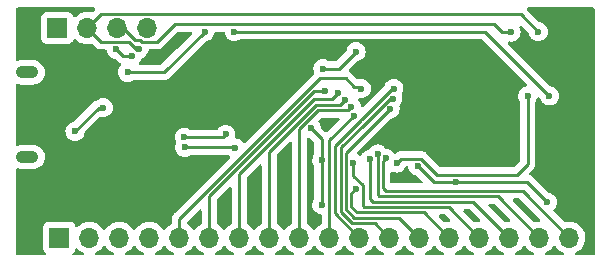
<source format=gbr>
%TF.GenerationSoftware,KiCad,Pcbnew,(6.0.6)*%
%TF.CreationDate,2022-07-30T22:38:46-07:00*%
%TF.ProjectId,ManySegDisplayController,4d616e79-5365-4674-9469-73706c617943,rev?*%
%TF.SameCoordinates,Original*%
%TF.FileFunction,Copper,L2,Bot*%
%TF.FilePolarity,Positive*%
%FSLAX46Y46*%
G04 Gerber Fmt 4.6, Leading zero omitted, Abs format (unit mm)*
G04 Created by KiCad (PCBNEW (6.0.6)) date 2022-07-30 22:38:46*
%MOMM*%
%LPD*%
G01*
G04 APERTURE LIST*
%TA.AperFunction,ComponentPad*%
%ADD10R,1.700000X1.700000*%
%TD*%
%TA.AperFunction,ComponentPad*%
%ADD11O,1.700000X1.700000*%
%TD*%
%TA.AperFunction,ComponentPad*%
%ADD12O,1.900000X1.050000*%
%TD*%
%TA.AperFunction,ViaPad*%
%ADD13C,0.600000*%
%TD*%
%TA.AperFunction,Conductor*%
%ADD14C,0.250000*%
%TD*%
G04 APERTURE END LIST*
D10*
%TO.P,J1,1*%
%TO.N,Net-(J1-Pad1)*%
X126920000Y-85750000D03*
D11*
%TO.P,J1,2*%
%TO.N,Net-(J1-Pad2)*%
X129460000Y-85750000D03*
%TO.P,J1,3*%
%TO.N,Net-(J1-Pad3)*%
X132000000Y-85750000D03*
%TO.P,J1,4*%
%TO.N,AD0*%
X134540000Y-85750000D03*
%TO.P,J1,5*%
%TO.N,AD1*%
X137080000Y-85750000D03*
%TO.P,J1,6*%
%TO.N,AD2*%
X139620000Y-85750000D03*
%TO.P,J1,7*%
%TO.N,AD3*%
X142160000Y-85750000D03*
%TO.P,J1,8*%
%TO.N,AD4*%
X144700000Y-85750000D03*
%TO.P,J1,9*%
%TO.N,AD5*%
X147240000Y-85750000D03*
%TO.P,J1,10*%
%TO.N,AD6*%
X149780000Y-85750000D03*
%TO.P,J1,11*%
%TO.N,PD0*%
X152320000Y-85750000D03*
%TO.P,J1,12*%
%TO.N,PD1*%
X154860000Y-85750000D03*
%TO.P,J1,13*%
%TO.N,PD2*%
X157400000Y-85750000D03*
%TO.P,J1,14*%
%TO.N,PD3*%
X159940000Y-85750000D03*
%TO.P,J1,15*%
%TO.N,PD4*%
X162480000Y-85750000D03*
%TO.P,J1,16*%
%TO.N,PD5*%
X165020000Y-85750000D03*
%TO.P,J1,17*%
%TO.N,PD6*%
X167560000Y-85750000D03*
%TO.P,J1,18*%
%TO.N,PD7*%
X170100000Y-85750000D03*
%TD*%
D12*
%TO.P,J10,6*%
%TO.N,Net-(J10-Pad6)*%
X124230000Y-78915000D03*
X124230000Y-71765000D03*
%TD*%
D10*
%TO.P,J2,1*%
%TO.N,+5V*%
X126750000Y-68000000D03*
D11*
%TO.P,J2,2*%
%TO.N,SCL*%
X129290000Y-68000000D03*
%TO.P,J2,3*%
%TO.N,SDA*%
X131830000Y-68000000D03*
%TO.P,J2,4*%
%TO.N,GND*%
X134370000Y-68000000D03*
%TD*%
D13*
%TO.N,GND*%
X130650000Y-74750000D03*
X128250000Y-76750000D03*
%TO.N,+3V3*%
X132700000Y-71750000D03*
X139250000Y-68300000D03*
X149155000Y-82950000D03*
X149250000Y-71450000D03*
X149155000Y-79182403D03*
X152050000Y-70000000D03*
X148250000Y-76500000D03*
%TO.N,Net-(C30-Pad1)*%
X157274999Y-79682402D03*
X168250000Y-82750000D03*
X160500000Y-81050000D03*
%TO.N,PD7*%
X154579169Y-79043075D03*
%TO.N,PD6*%
X153876449Y-78660729D03*
%TO.N,PD5*%
X153222906Y-79122122D03*
%TO.N,PD4*%
X151825010Y-79433097D03*
%TO.N,PD3*%
X152024999Y-81626901D03*
%TO.N,PD2*%
X154933628Y-74836666D03*
%TO.N,PD1*%
X155162469Y-73971415D03*
%TO.N,PD0*%
X155250000Y-73126903D03*
%TO.N,AD6*%
X151876489Y-75429655D03*
%TO.N,AD5*%
X151650558Y-74662219D03*
%TO.N,AD4*%
X151106339Y-74075850D03*
%TO.N,AD3*%
X150496903Y-73500000D03*
%TO.N,AD2*%
X149400001Y-73377597D03*
%TO.N,AD1*%
X152500000Y-73126903D03*
%TO.N,D-*%
X141000000Y-77000000D03*
X137500000Y-77250000D03*
%TO.N,D+*%
X141794963Y-78155000D03*
X137541941Y-78091944D03*
%TO.N,Net-(R10-Pad2)*%
X141750000Y-68300000D03*
X168412500Y-73750000D03*
%TO.N,BOOT0*%
X166587500Y-73750000D03*
X155499443Y-79433097D03*
%TO.N,SCL*%
X167470000Y-68307500D03*
X133657629Y-69776256D03*
%TO.N,SDA*%
X133091942Y-70341942D03*
X165170000Y-68347500D03*
X131750000Y-69800001D03*
%TD*%
D14*
%TO.N,GND*%
X128250000Y-76750000D02*
X130250000Y-74750000D01*
X130250000Y-74750000D02*
X130650000Y-74750000D01*
%TO.N,+3V3*%
X149155000Y-79182403D02*
X149155000Y-77405000D01*
X149250000Y-71450000D02*
X150600000Y-71450000D01*
X149155000Y-82950000D02*
X149155000Y-79182403D01*
X135800000Y-71750000D02*
X139250000Y-68300000D01*
X132700000Y-71750000D02*
X135800000Y-71750000D01*
X150600000Y-71450000D02*
X152050000Y-70000000D01*
X149155000Y-77405000D02*
X148250000Y-76500000D01*
%TO.N,Net-(C30-Pad1)*%
X166550000Y-81050000D02*
X168250000Y-82750000D01*
X160500000Y-81050000D02*
X166550000Y-81050000D01*
X157274999Y-79682402D02*
X158642597Y-81050000D01*
X158642597Y-81050000D02*
X160500000Y-81050000D01*
%TO.N,PD7*%
X154549940Y-81799940D02*
X154326459Y-81576459D01*
X170100000Y-85750000D02*
X166149940Y-81799940D01*
X166149940Y-81799940D02*
X154549940Y-81799940D01*
X154326459Y-81576459D02*
X154326459Y-79295785D01*
X154326459Y-79295785D02*
X154579169Y-79043075D01*
%TO.N,PD6*%
X153876449Y-78660729D02*
X153876449Y-82126449D01*
X153876449Y-82126449D02*
X153999950Y-82249950D01*
X164059950Y-82249950D02*
X167560000Y-85750000D01*
X153999950Y-82249950D02*
X164059950Y-82249950D01*
%TO.N,PD5*%
X153449960Y-82699960D02*
X153222906Y-82472906D01*
X165020000Y-85750000D02*
X161969960Y-82699960D01*
X161969960Y-82699960D02*
X153449960Y-82699960D01*
X153222906Y-82472906D02*
X153222906Y-79122122D01*
%TO.N,PD4*%
X152650000Y-81326900D02*
X152650000Y-83100000D01*
X159879970Y-83149970D02*
X162480000Y-85750000D01*
X152650000Y-83100000D02*
X152699970Y-83149970D01*
X151825010Y-79433097D02*
X151825010Y-80501910D01*
X152699970Y-83149970D02*
X159879970Y-83149970D01*
X151825010Y-80501910D02*
X152650000Y-81326900D01*
%TO.N,PD3*%
X151650020Y-83150020D02*
X151650020Y-82674990D01*
X151650020Y-82674990D02*
X151650020Y-82001880D01*
X155886390Y-83599980D02*
X152099980Y-83599980D01*
X159940000Y-85750000D02*
X157789980Y-83599980D01*
X151650020Y-82001880D02*
X152024999Y-81626901D01*
X152099980Y-83599980D02*
X151650020Y-83150020D01*
X157789980Y-83599980D02*
X155886390Y-83599980D01*
%TO.N,PD2*%
X155699990Y-84049990D02*
X156550001Y-84900001D01*
X151200010Y-78570284D02*
X151200010Y-83357190D01*
X154933628Y-74836666D02*
X151200010Y-78570284D01*
X151892810Y-84049990D02*
X155699990Y-84049990D01*
X151200010Y-83357190D02*
X151892810Y-84049990D01*
X156550001Y-84900001D02*
X157400000Y-85750000D01*
%TO.N,PD1*%
X154860000Y-85750000D02*
X153610000Y-84500000D01*
X155162469Y-73971415D02*
X155133884Y-74000000D01*
X151706410Y-84500000D02*
X150750000Y-83543590D01*
X152687890Y-76179666D02*
X152706745Y-76179665D01*
X155133884Y-74000000D02*
X154886410Y-74000000D01*
X154886410Y-74000000D02*
X152706744Y-76179666D01*
X153610000Y-84500000D02*
X151706410Y-84500000D01*
X150750000Y-78117556D02*
X152687890Y-76179666D01*
X152706744Y-76179666D02*
X152687890Y-76179666D01*
X150750000Y-83543590D02*
X150750000Y-78117556D01*
%TO.N,PD0*%
X150250000Y-77981146D02*
X152481146Y-75750000D01*
X152320000Y-85750000D02*
X150250000Y-83680000D01*
X152481146Y-75750000D02*
X152501490Y-75729656D01*
X152501490Y-75729656D02*
X152520344Y-75729656D01*
X152520344Y-75729656D02*
X154500000Y-73750000D01*
X150250000Y-83680000D02*
X150250000Y-77981146D01*
X154500000Y-73750000D02*
X155123097Y-73126903D01*
X155123097Y-73126903D02*
X155250000Y-73126903D01*
%TO.N,AD6*%
X149780000Y-85750000D02*
X149780000Y-77526144D01*
X149780000Y-77526144D02*
X151876489Y-75429655D01*
%TO.N,AD5*%
X147250000Y-76545640D02*
X148845630Y-74950010D01*
X148845630Y-74950010D02*
X151362767Y-74950010D01*
X147240000Y-85750000D02*
X147240000Y-84547919D01*
X147250000Y-84537919D02*
X147250000Y-76545640D01*
X151362767Y-74950010D02*
X151650558Y-74662219D01*
X147240000Y-84547919D02*
X147250000Y-84537919D01*
%TO.N,AD4*%
X150682189Y-74500000D02*
X151106339Y-74075850D01*
X144700000Y-85750000D02*
X144700000Y-78459230D01*
X144700000Y-78459230D02*
X148659230Y-74500000D01*
X148659230Y-74500000D02*
X150682189Y-74500000D01*
%TO.N,AD3*%
X149988590Y-74008313D02*
X149988590Y-74011410D01*
X142160000Y-80362820D02*
X148511410Y-74011410D01*
X150496903Y-73500000D02*
X149988590Y-74008313D01*
X148511410Y-74011410D02*
X149988590Y-74011410D01*
X142160000Y-85750000D02*
X142160000Y-80362820D01*
%TO.N,AD2*%
X148508813Y-73377597D02*
X149400001Y-73377597D01*
X139620000Y-85750000D02*
X139620000Y-82266410D01*
X139620000Y-82266410D02*
X148508813Y-73377597D01*
%TO.N,AD1*%
X137080000Y-84170000D02*
X149000000Y-72250000D01*
X151163694Y-72250000D02*
X151900202Y-72986508D01*
X151900202Y-72986508D02*
X152359605Y-72986508D01*
X137080000Y-85750000D02*
X137080000Y-84170000D01*
X149000000Y-72250000D02*
X151163694Y-72250000D01*
X152359605Y-72986508D02*
X152500000Y-73126903D01*
%TO.N,D-*%
X140750000Y-77250000D02*
X141000000Y-77000000D01*
X137500000Y-77250000D02*
X140750000Y-77250000D01*
%TO.N,D+*%
X137541941Y-78091944D02*
X141731907Y-78091944D01*
X141731907Y-78091944D02*
X141794963Y-78155000D01*
%TO.N,Net-(R10-Pad2)*%
X168412500Y-73750000D02*
X162962500Y-68300000D01*
X162962500Y-68300000D02*
X141750000Y-68300000D01*
%TO.N,BOOT0*%
X155875139Y-79057401D02*
X157557401Y-79057401D01*
X155499443Y-79433097D02*
X155875139Y-79057401D01*
X165674999Y-80424999D02*
X166587500Y-79512498D01*
X157557401Y-79057401D02*
X158924999Y-80424999D01*
X158924999Y-80424999D02*
X165674999Y-80424999D01*
X166587500Y-79512498D02*
X166587500Y-73750000D01*
%TO.N,SCL*%
X133657629Y-69776256D02*
X133451258Y-69776256D01*
X133451258Y-69776256D02*
X132850003Y-69175001D01*
X130139999Y-68849999D02*
X129290000Y-68000000D01*
X167470000Y-68307500D02*
X165987499Y-66824999D01*
X165987499Y-66824999D02*
X130465001Y-66824999D01*
X130465001Y-69175001D02*
X130139999Y-68849999D01*
X130465001Y-66824999D02*
X130139999Y-67150001D01*
X130139999Y-67150001D02*
X129290000Y-68000000D01*
X132850003Y-69175001D02*
X130465001Y-69175001D01*
%TO.N,SDA*%
X165170000Y-68347500D02*
X164370000Y-68347500D01*
X133925001Y-69175001D02*
X133750000Y-69000000D01*
X135183886Y-69175001D02*
X133925001Y-69175001D01*
X132311412Y-68000000D02*
X131830000Y-68000000D01*
X164370000Y-68347500D02*
X163697499Y-67674999D01*
X136683888Y-67674999D02*
X135183886Y-69175001D01*
X133750000Y-69000000D02*
X133311412Y-69000000D01*
X132291941Y-70341942D02*
X131750000Y-69800001D01*
X133311412Y-69000000D02*
X132311412Y-68000000D01*
X133091942Y-70341942D02*
X132291941Y-70341942D01*
X163697499Y-67674999D02*
X136683888Y-67674999D01*
%TD*%
%TA.AperFunction,NonConductor*%
G36*
X138109528Y-68328501D02*
G01*
X138156021Y-68382157D01*
X138166125Y-68452431D01*
X138136631Y-68517011D01*
X138130503Y-68523593D01*
X136852029Y-69802066D01*
X135574500Y-71079595D01*
X135512188Y-71113621D01*
X135485405Y-71116500D01*
X133766050Y-71116500D01*
X133697929Y-71096498D01*
X133651436Y-71042842D01*
X133641332Y-70972568D01*
X133670826Y-70907988D01*
X133679158Y-70899254D01*
X133694108Y-70885017D01*
X133715208Y-70864924D01*
X133815585Y-70713844D01*
X133818086Y-70707259D01*
X133818089Y-70707254D01*
X133854278Y-70611985D01*
X133897167Y-70555406D01*
X133933131Y-70536895D01*
X133987035Y-70519381D01*
X133987038Y-70519380D01*
X133993737Y-70517203D01*
X134149541Y-70424325D01*
X134280895Y-70299238D01*
X134381272Y-70148158D01*
X134430427Y-70018757D01*
X134443184Y-69985176D01*
X134443185Y-69985174D01*
X134445684Y-69978594D01*
X134454345Y-69916965D01*
X134483633Y-69852292D01*
X134543236Y-69813718D01*
X134579119Y-69808501D01*
X135105119Y-69808501D01*
X135116302Y-69809028D01*
X135123795Y-69810703D01*
X135131721Y-69810454D01*
X135131722Y-69810454D01*
X135191872Y-69808563D01*
X135195831Y-69808501D01*
X135223742Y-69808501D01*
X135227677Y-69808004D01*
X135227742Y-69807996D01*
X135239579Y-69807063D01*
X135271837Y-69806049D01*
X135275856Y-69805923D01*
X135283775Y-69805674D01*
X135303229Y-69800022D01*
X135322586Y-69796014D01*
X135334816Y-69794469D01*
X135334817Y-69794469D01*
X135342683Y-69793475D01*
X135350054Y-69790556D01*
X135350056Y-69790556D01*
X135383798Y-69777197D01*
X135395028Y-69773352D01*
X135429869Y-69763230D01*
X135429870Y-69763230D01*
X135437479Y-69761019D01*
X135444298Y-69756986D01*
X135444303Y-69756984D01*
X135454914Y-69750708D01*
X135472662Y-69742013D01*
X135491503Y-69734553D01*
X135511873Y-69719754D01*
X135527273Y-69708565D01*
X135537193Y-69702049D01*
X135568421Y-69683581D01*
X135568424Y-69683579D01*
X135575248Y-69679543D01*
X135589569Y-69665222D01*
X135604603Y-69652381D01*
X135610016Y-69648448D01*
X135620993Y-69640473D01*
X135649184Y-69606396D01*
X135657174Y-69597617D01*
X136909387Y-68345404D01*
X136971699Y-68311378D01*
X136998482Y-68308499D01*
X138041407Y-68308499D01*
X138109528Y-68328501D01*
G37*
%TD.AperFunction*%
%TA.AperFunction,NonConductor*%
G36*
X150590660Y-75603512D02*
G01*
X150637153Y-75657168D01*
X150647257Y-75727442D01*
X150617763Y-75792022D01*
X150611634Y-75798605D01*
X149617167Y-76793072D01*
X149554855Y-76827098D01*
X149484040Y-76822033D01*
X149438977Y-76793072D01*
X149084421Y-76438516D01*
X149050395Y-76376204D01*
X149048301Y-76363465D01*
X149044182Y-76326746D01*
X149043397Y-76319745D01*
X149004442Y-76207881D01*
X148986064Y-76155106D01*
X148986062Y-76155103D01*
X148983745Y-76148448D01*
X148887626Y-75994624D01*
X148881079Y-75988031D01*
X148880389Y-75986757D01*
X148878285Y-75984102D01*
X148878751Y-75983732D01*
X148847272Y-75925600D01*
X148852585Y-75854802D01*
X148881391Y-75810153D01*
X149071129Y-75620415D01*
X149133441Y-75586389D01*
X149160224Y-75583510D01*
X150522539Y-75583510D01*
X150590660Y-75603512D01*
G37*
%TD.AperFunction*%
%TA.AperFunction,NonConductor*%
G36*
X156411072Y-79715450D02*
G01*
X156460970Y-79765955D01*
X156475418Y-79813374D01*
X156479162Y-79851562D01*
X156536417Y-80023675D01*
X156540064Y-80029697D01*
X156540065Y-80029699D01*
X156613723Y-80151323D01*
X156630379Y-80178826D01*
X156635268Y-80183889D01*
X156635269Y-80183890D01*
X156672598Y-80222545D01*
X156756381Y-80309304D01*
X156908158Y-80408624D01*
X156914762Y-80411080D01*
X156914764Y-80411081D01*
X157071557Y-80469392D01*
X157071559Y-80469392D01*
X157078167Y-80471850D01*
X157085152Y-80472782D01*
X157085156Y-80472783D01*
X157120086Y-80477443D01*
X157140186Y-80480125D01*
X157205062Y-80508960D01*
X157212616Y-80515923D01*
X157648038Y-80951345D01*
X157682064Y-81013657D01*
X157676999Y-81084472D01*
X157634452Y-81141308D01*
X157567932Y-81166119D01*
X157558943Y-81166440D01*
X155085959Y-81166440D01*
X155017838Y-81146438D01*
X154971345Y-81092782D01*
X154959959Y-81040440D01*
X154959959Y-80276041D01*
X154979961Y-80207920D01*
X155033617Y-80161427D01*
X155103891Y-80151323D01*
X155132253Y-80160258D01*
X155132602Y-80159319D01*
X155296001Y-80220087D01*
X155296003Y-80220087D01*
X155302611Y-80222545D01*
X155386438Y-80233730D01*
X155475423Y-80245604D01*
X155475427Y-80245604D01*
X155482404Y-80246535D01*
X155489415Y-80245897D01*
X155489419Y-80245897D01*
X155631902Y-80232929D01*
X155663043Y-80230095D01*
X155669745Y-80227917D01*
X155669747Y-80227917D01*
X155828852Y-80176221D01*
X155828855Y-80176220D01*
X155835551Y-80174044D01*
X155991355Y-80081166D01*
X156122709Y-79956079D01*
X156223086Y-79804999D01*
X156225587Y-79798414D01*
X156225590Y-79798409D01*
X156232232Y-79780924D01*
X156275121Y-79724347D01*
X156341791Y-79699939D01*
X156411072Y-79715450D01*
G37*
%TD.AperFunction*%
%TA.AperFunction,NonConductor*%
G36*
X165903467Y-82453442D02*
G01*
X165924441Y-82470345D01*
X167630086Y-84175990D01*
X167664112Y-84238302D01*
X167659047Y-84309117D01*
X167616500Y-84365953D01*
X167549980Y-84390764D01*
X167539459Y-84391076D01*
X167491962Y-84390495D01*
X167470080Y-84390228D01*
X167470078Y-84390228D01*
X167464911Y-84390165D01*
X167244091Y-84423955D01*
X167231532Y-84428060D01*
X167160568Y-84430210D01*
X167103294Y-84397389D01*
X165354440Y-82648535D01*
X165320414Y-82586223D01*
X165325479Y-82515408D01*
X165368026Y-82458572D01*
X165434546Y-82433761D01*
X165443535Y-82433440D01*
X165835346Y-82433440D01*
X165903467Y-82453442D01*
G37*
%TD.AperFunction*%
%TA.AperFunction,NonConductor*%
G36*
X159633497Y-83803472D02*
G01*
X159654471Y-83820375D01*
X160010086Y-84175990D01*
X160044112Y-84238302D01*
X160039047Y-84309117D01*
X159996500Y-84365953D01*
X159929980Y-84390764D01*
X159919459Y-84391076D01*
X159871962Y-84390495D01*
X159850080Y-84390228D01*
X159850078Y-84390228D01*
X159844911Y-84390165D01*
X159624091Y-84423955D01*
X159611532Y-84428060D01*
X159540568Y-84430210D01*
X159483294Y-84397389D01*
X159084470Y-83998565D01*
X159050444Y-83936253D01*
X159055509Y-83865438D01*
X159098056Y-83808602D01*
X159164576Y-83783791D01*
X159173565Y-83783470D01*
X159565376Y-83783470D01*
X159633497Y-83803472D01*
G37*
%TD.AperFunction*%
%TA.AperFunction,NonConductor*%
G36*
X163813477Y-82903452D02*
G01*
X163834451Y-82920355D01*
X165090086Y-84175990D01*
X165124112Y-84238302D01*
X165119047Y-84309117D01*
X165076500Y-84365953D01*
X165009980Y-84390764D01*
X164999459Y-84391076D01*
X164951962Y-84390495D01*
X164930080Y-84390228D01*
X164930078Y-84390228D01*
X164924911Y-84390165D01*
X164704091Y-84423955D01*
X164691532Y-84428060D01*
X164620568Y-84430210D01*
X164563294Y-84397389D01*
X163264450Y-83098545D01*
X163230424Y-83036233D01*
X163235489Y-82965418D01*
X163278036Y-82908582D01*
X163344556Y-82883771D01*
X163353545Y-82883450D01*
X163745356Y-82883450D01*
X163813477Y-82903452D01*
G37*
%TD.AperFunction*%
%TA.AperFunction,NonConductor*%
G36*
X161723487Y-83353462D02*
G01*
X161744457Y-83370361D01*
X162550087Y-84175992D01*
X162584111Y-84238302D01*
X162579046Y-84309118D01*
X162536499Y-84365953D01*
X162469979Y-84390764D01*
X162459458Y-84391076D01*
X162411416Y-84390489D01*
X162390080Y-84390228D01*
X162390078Y-84390228D01*
X162384911Y-84390165D01*
X162164091Y-84423955D01*
X162151532Y-84428060D01*
X162080568Y-84430210D01*
X162023294Y-84397389D01*
X161174460Y-83548555D01*
X161140434Y-83486243D01*
X161145499Y-83415428D01*
X161188046Y-83358592D01*
X161254566Y-83333781D01*
X161263555Y-83333460D01*
X161655366Y-83333460D01*
X161723487Y-83353462D01*
G37*
%TD.AperFunction*%
%TA.AperFunction,NonConductor*%
G36*
X141444532Y-81441948D02*
G01*
X141501368Y-81484495D01*
X141526179Y-81551015D01*
X141526500Y-81560004D01*
X141526500Y-84471692D01*
X141506498Y-84539813D01*
X141458683Y-84583453D01*
X141433607Y-84596507D01*
X141429474Y-84599610D01*
X141429471Y-84599612D01*
X141259100Y-84727530D01*
X141254965Y-84730635D01*
X141251393Y-84734373D01*
X141143729Y-84847037D01*
X141100629Y-84892138D01*
X140993201Y-85049621D01*
X140938293Y-85094621D01*
X140867768Y-85102792D01*
X140804021Y-85071538D01*
X140783324Y-85047054D01*
X140702822Y-84922617D01*
X140702820Y-84922614D01*
X140700014Y-84918277D01*
X140549670Y-84753051D01*
X140545619Y-84749852D01*
X140545615Y-84749848D01*
X140378414Y-84617800D01*
X140378410Y-84617798D01*
X140374359Y-84614598D01*
X140369835Y-84612101D01*
X140369831Y-84612098D01*
X140318608Y-84583822D01*
X140268636Y-84533390D01*
X140253500Y-84473513D01*
X140253500Y-82581004D01*
X140273502Y-82512883D01*
X140290405Y-82491909D01*
X141311405Y-81470909D01*
X141373717Y-81436883D01*
X141444532Y-81441948D01*
G37*
%TD.AperFunction*%
%TA.AperFunction,NonConductor*%
G36*
X143984532Y-79538358D02*
G01*
X144041368Y-79580905D01*
X144066179Y-79647425D01*
X144066500Y-79656414D01*
X144066500Y-84471692D01*
X144046498Y-84539813D01*
X143998683Y-84583453D01*
X143973607Y-84596507D01*
X143969474Y-84599610D01*
X143969471Y-84599612D01*
X143799100Y-84727530D01*
X143794965Y-84730635D01*
X143791393Y-84734373D01*
X143683729Y-84847037D01*
X143640629Y-84892138D01*
X143533201Y-85049621D01*
X143478293Y-85094621D01*
X143407768Y-85102792D01*
X143344021Y-85071538D01*
X143323324Y-85047054D01*
X143242822Y-84922617D01*
X143242820Y-84922614D01*
X143240014Y-84918277D01*
X143089670Y-84753051D01*
X143085619Y-84749852D01*
X143085615Y-84749848D01*
X142918414Y-84617800D01*
X142918410Y-84617798D01*
X142914359Y-84614598D01*
X142909835Y-84612101D01*
X142909831Y-84612098D01*
X142858608Y-84583822D01*
X142808636Y-84533390D01*
X142793500Y-84473513D01*
X142793500Y-80677414D01*
X142813502Y-80609293D01*
X142830405Y-80588319D01*
X143851405Y-79567319D01*
X143913717Y-79533293D01*
X143984532Y-79538358D01*
G37*
%TD.AperFunction*%
%TA.AperFunction,NonConductor*%
G36*
X148039980Y-77285351D02*
G01*
X148046568Y-77286993D01*
X148053168Y-77289448D01*
X148060151Y-77290380D01*
X148060152Y-77290380D01*
X148076221Y-77292524D01*
X148115187Y-77297723D01*
X148180063Y-77326558D01*
X148187617Y-77333521D01*
X148484595Y-77630499D01*
X148518621Y-77692811D01*
X148521500Y-77719594D01*
X148521500Y-78635734D01*
X148501411Y-78703989D01*
X148430054Y-78814713D01*
X148430050Y-78814722D01*
X148426235Y-78820641D01*
X148423826Y-78827261D01*
X148423825Y-78827262D01*
X148395149Y-78906049D01*
X148364197Y-78991088D01*
X148341463Y-79171043D01*
X148359163Y-79351563D01*
X148416418Y-79523676D01*
X148420065Y-79529698D01*
X148420066Y-79529700D01*
X148503276Y-79667097D01*
X148521500Y-79732368D01*
X148521500Y-82403331D01*
X148501411Y-82471586D01*
X148430054Y-82582310D01*
X148430050Y-82582319D01*
X148426235Y-82588238D01*
X148423826Y-82594858D01*
X148423825Y-82594859D01*
X148368791Y-82746062D01*
X148364197Y-82758685D01*
X148341463Y-82938640D01*
X148359163Y-83119160D01*
X148416418Y-83291273D01*
X148420065Y-83297295D01*
X148420066Y-83297297D01*
X148503248Y-83434647D01*
X148510380Y-83446424D01*
X148515269Y-83451487D01*
X148515270Y-83451488D01*
X148548833Y-83486243D01*
X148636382Y-83576902D01*
X148788159Y-83676222D01*
X148794763Y-83678678D01*
X148794765Y-83678679D01*
X148951558Y-83736990D01*
X148951560Y-83736990D01*
X148958168Y-83739448D01*
X149005176Y-83745720D01*
X149037165Y-83749989D01*
X149102042Y-83778825D01*
X149141030Y-83838159D01*
X149146500Y-83874882D01*
X149146500Y-84471692D01*
X149126498Y-84539813D01*
X149078683Y-84583453D01*
X149053607Y-84596507D01*
X149049474Y-84599610D01*
X149049471Y-84599612D01*
X148879100Y-84727530D01*
X148874965Y-84730635D01*
X148871393Y-84734373D01*
X148763729Y-84847037D01*
X148720629Y-84892138D01*
X148613201Y-85049621D01*
X148558293Y-85094621D01*
X148487768Y-85102792D01*
X148424021Y-85071538D01*
X148403324Y-85047054D01*
X148322822Y-84922617D01*
X148322820Y-84922614D01*
X148320014Y-84918277D01*
X148169670Y-84753051D01*
X148165619Y-84749852D01*
X148165615Y-84749848D01*
X147998412Y-84617799D01*
X147994359Y-84614598D01*
X147989843Y-84612105D01*
X147989840Y-84612103D01*
X147948606Y-84589341D01*
X147898636Y-84538908D01*
X147883500Y-84479032D01*
X147883500Y-77407609D01*
X147903502Y-77339488D01*
X147957158Y-77292995D01*
X148027432Y-77282891D01*
X148039980Y-77285351D01*
G37*
%TD.AperFunction*%
%TA.AperFunction,NonConductor*%
G36*
X146534532Y-77624768D02*
G01*
X146591368Y-77667315D01*
X146616179Y-77733835D01*
X146616500Y-77742824D01*
X146616500Y-84413026D01*
X146612541Y-84444361D01*
X146606500Y-84467889D01*
X146606500Y-84475816D01*
X146605506Y-84483683D01*
X146603069Y-84483375D01*
X146586498Y-84539812D01*
X146538681Y-84583454D01*
X146518200Y-84594116D01*
X146513607Y-84596507D01*
X146334965Y-84730635D01*
X146331393Y-84734373D01*
X146223729Y-84847037D01*
X146180629Y-84892138D01*
X146073201Y-85049621D01*
X146018293Y-85094621D01*
X145947768Y-85102792D01*
X145884021Y-85071538D01*
X145863324Y-85047054D01*
X145782822Y-84922617D01*
X145782820Y-84922614D01*
X145780014Y-84918277D01*
X145629670Y-84753051D01*
X145625619Y-84749852D01*
X145625615Y-84749848D01*
X145458414Y-84617800D01*
X145458410Y-84617798D01*
X145454359Y-84614598D01*
X145449835Y-84612101D01*
X145449831Y-84612098D01*
X145398608Y-84583822D01*
X145348636Y-84533390D01*
X145333500Y-84473513D01*
X145333500Y-78773824D01*
X145353502Y-78705703D01*
X145370405Y-78684729D01*
X146401405Y-77653729D01*
X146463717Y-77619703D01*
X146534532Y-77624768D01*
G37*
%TD.AperFunction*%
%TA.AperFunction,NonConductor*%
G36*
X138904532Y-83345538D02*
G01*
X138961368Y-83388085D01*
X138986179Y-83454605D01*
X138986500Y-83463594D01*
X138986500Y-84471692D01*
X138966498Y-84539813D01*
X138918683Y-84583453D01*
X138893607Y-84596507D01*
X138889474Y-84599610D01*
X138889471Y-84599612D01*
X138719100Y-84727530D01*
X138714965Y-84730635D01*
X138711393Y-84734373D01*
X138603729Y-84847037D01*
X138560629Y-84892138D01*
X138453201Y-85049621D01*
X138398293Y-85094621D01*
X138327768Y-85102792D01*
X138264021Y-85071538D01*
X138243324Y-85047054D01*
X138162822Y-84922617D01*
X138162820Y-84922614D01*
X138160014Y-84918277D01*
X138009670Y-84753051D01*
X138005619Y-84749852D01*
X138005615Y-84749848D01*
X137838414Y-84617800D01*
X137838410Y-84617798D01*
X137834359Y-84614598D01*
X137829831Y-84612098D01*
X137785747Y-84587763D01*
X137735776Y-84537330D01*
X137721004Y-84467888D01*
X137746120Y-84401482D01*
X137757545Y-84388359D01*
X138771405Y-83374499D01*
X138833717Y-83340473D01*
X138904532Y-83345538D01*
G37*
%TD.AperFunction*%
%TA.AperFunction,NonConductor*%
G36*
X172183621Y-66278502D02*
G01*
X172230114Y-66332158D01*
X172241500Y-66384500D01*
X172241500Y-87115500D01*
X172221498Y-87183621D01*
X172167842Y-87230114D01*
X172115500Y-87241500D01*
X170687160Y-87241500D01*
X170619039Y-87221498D01*
X170572546Y-87167842D01*
X170562442Y-87097568D01*
X170591936Y-87032988D01*
X170631728Y-87002349D01*
X170793346Y-86923173D01*
X170797994Y-86920896D01*
X170979860Y-86791173D01*
X171138096Y-86633489D01*
X171268453Y-86452077D01*
X171289320Y-86409857D01*
X171365136Y-86256453D01*
X171365137Y-86256451D01*
X171367430Y-86251811D01*
X171432370Y-86038069D01*
X171461529Y-85816590D01*
X171463156Y-85750000D01*
X171444852Y-85527361D01*
X171390431Y-85310702D01*
X171301354Y-85105840D01*
X171180014Y-84918277D01*
X171029670Y-84753051D01*
X171025619Y-84749852D01*
X171025615Y-84749848D01*
X170858414Y-84617800D01*
X170858410Y-84617798D01*
X170854359Y-84614598D01*
X170849831Y-84612098D01*
X170797945Y-84583456D01*
X170658789Y-84506638D01*
X170653920Y-84504914D01*
X170653916Y-84504912D01*
X170453087Y-84433795D01*
X170453083Y-84433794D01*
X170448212Y-84432069D01*
X170443119Y-84431162D01*
X170443116Y-84431161D01*
X170233373Y-84393800D01*
X170233367Y-84393799D01*
X170228284Y-84392894D01*
X170154452Y-84391992D01*
X170010081Y-84390228D01*
X170010079Y-84390228D01*
X170004911Y-84390165D01*
X169784091Y-84423955D01*
X169771532Y-84428060D01*
X169700568Y-84430210D01*
X169643294Y-84397389D01*
X168783046Y-83537141D01*
X168749020Y-83474829D01*
X168754085Y-83404014D01*
X168785249Y-83356801D01*
X168868159Y-83277846D01*
X168868162Y-83277843D01*
X168873266Y-83272982D01*
X168973643Y-83121902D01*
X169015423Y-83011917D01*
X169035555Y-82958920D01*
X169035556Y-82958918D01*
X169038055Y-82952338D01*
X169042550Y-82920355D01*
X169062748Y-82776639D01*
X169062748Y-82776636D01*
X169063299Y-82772717D01*
X169063616Y-82750000D01*
X169043397Y-82569745D01*
X169041080Y-82563091D01*
X168986064Y-82405106D01*
X168986062Y-82405103D01*
X168983745Y-82398448D01*
X168887626Y-82244624D01*
X168882664Y-82239627D01*
X168764778Y-82120915D01*
X168764774Y-82120912D01*
X168759815Y-82115918D01*
X168606666Y-82018727D01*
X168435790Y-81957881D01*
X168386007Y-81951945D01*
X168320733Y-81924018D01*
X168311830Y-81915926D01*
X167053652Y-80657747D01*
X167046112Y-80649461D01*
X167042000Y-80642982D01*
X166992348Y-80596356D01*
X166989507Y-80593602D01*
X166969770Y-80573865D01*
X166966573Y-80571385D01*
X166957551Y-80563680D01*
X166931100Y-80538841D01*
X166925321Y-80533414D01*
X166918375Y-80529595D01*
X166918372Y-80529593D01*
X166907566Y-80523652D01*
X166891047Y-80512801D01*
X166886095Y-80508960D01*
X166875041Y-80500386D01*
X166867772Y-80497241D01*
X166867768Y-80497238D01*
X166834463Y-80482826D01*
X166823813Y-80477609D01*
X166785060Y-80456305D01*
X166784294Y-80456108D01*
X166730824Y-80414387D01*
X166707348Y-80347384D01*
X166723824Y-80278326D01*
X166744087Y-80251815D01*
X166979747Y-80016155D01*
X166988037Y-80008611D01*
X166994518Y-80004498D01*
X167041159Y-79954830D01*
X167043913Y-79951989D01*
X167063634Y-79932268D01*
X167066112Y-79929073D01*
X167073818Y-79920051D01*
X167098658Y-79893599D01*
X167104086Y-79887819D01*
X167111055Y-79875142D01*
X167113846Y-79870066D01*
X167124699Y-79853543D01*
X167126236Y-79851562D01*
X167137113Y-79837539D01*
X167154676Y-79796955D01*
X167159883Y-79786325D01*
X167181195Y-79747558D01*
X167183166Y-79739881D01*
X167183168Y-79739876D01*
X167186232Y-79727940D01*
X167192638Y-79709228D01*
X167197533Y-79697917D01*
X167200681Y-79690643D01*
X167201921Y-79682815D01*
X167201923Y-79682808D01*
X167207599Y-79646974D01*
X167210005Y-79635354D01*
X167219028Y-79600209D01*
X167219028Y-79600208D01*
X167221000Y-79592528D01*
X167221000Y-79572274D01*
X167222551Y-79552563D01*
X167224480Y-79540384D01*
X167225720Y-79532555D01*
X167221559Y-79488536D01*
X167221000Y-79476679D01*
X167221000Y-74295620D01*
X167242052Y-74225893D01*
X167276335Y-74174293D01*
X167311143Y-74121902D01*
X167375555Y-73952338D01*
X167376535Y-73945366D01*
X167378288Y-73938538D01*
X167381182Y-73939281D01*
X167405010Y-73886736D01*
X167464634Y-73848194D01*
X167535630Y-73848005D01*
X167595458Y-73886230D01*
X167620010Y-73929221D01*
X167673918Y-74091273D01*
X167677565Y-74097295D01*
X167677566Y-74097297D01*
X167763764Y-74239627D01*
X167767880Y-74246424D01*
X167893882Y-74376902D01*
X168045659Y-74476222D01*
X168052263Y-74478678D01*
X168052265Y-74478679D01*
X168209058Y-74536990D01*
X168209060Y-74536990D01*
X168215668Y-74539448D01*
X168299495Y-74550633D01*
X168388480Y-74562507D01*
X168388484Y-74562507D01*
X168395461Y-74563438D01*
X168402472Y-74562800D01*
X168402476Y-74562800D01*
X168544959Y-74549832D01*
X168576100Y-74546998D01*
X168582802Y-74544820D01*
X168582804Y-74544820D01*
X168741909Y-74493124D01*
X168741912Y-74493123D01*
X168748608Y-74490947D01*
X168845013Y-74433478D01*
X168898360Y-74401677D01*
X168898362Y-74401676D01*
X168904412Y-74398069D01*
X169035766Y-74272982D01*
X169136143Y-74121902D01*
X169200555Y-73952338D01*
X169202390Y-73939281D01*
X169225248Y-73776639D01*
X169225248Y-73776636D01*
X169225799Y-73772717D01*
X169226116Y-73750000D01*
X169205897Y-73569745D01*
X169203580Y-73563091D01*
X169148564Y-73405106D01*
X169148562Y-73405103D01*
X169146245Y-73398448D01*
X169050126Y-73244624D01*
X169036441Y-73230843D01*
X168927278Y-73120915D01*
X168927274Y-73120912D01*
X168922315Y-73115918D01*
X168911197Y-73108862D01*
X168863038Y-73078300D01*
X168769166Y-73018727D01*
X168598290Y-72957881D01*
X168548507Y-72951945D01*
X168483233Y-72924018D01*
X168474330Y-72915926D01*
X164915798Y-69357393D01*
X164881772Y-69295081D01*
X164886837Y-69224265D01*
X164929384Y-69167430D01*
X164995904Y-69142619D01*
X165021557Y-69143405D01*
X165145979Y-69160007D01*
X165145984Y-69160007D01*
X165152961Y-69160938D01*
X165159972Y-69160300D01*
X165159976Y-69160300D01*
X165302459Y-69147332D01*
X165333600Y-69144498D01*
X165340302Y-69142320D01*
X165340304Y-69142320D01*
X165499409Y-69090624D01*
X165499412Y-69090623D01*
X165506108Y-69088447D01*
X165661912Y-68995569D01*
X165793266Y-68870482D01*
X165893643Y-68719402D01*
X165958055Y-68549838D01*
X165963806Y-68508920D01*
X165982748Y-68374139D01*
X165982748Y-68374136D01*
X165983299Y-68370217D01*
X165983616Y-68347500D01*
X165963397Y-68167245D01*
X165949468Y-68127245D01*
X165906064Y-68002606D01*
X165906062Y-68002603D01*
X165903745Y-67995948D01*
X165892110Y-67977328D01*
X165872975Y-67908959D01*
X165893841Y-67841098D01*
X165948084Y-67795290D01*
X166018480Y-67786080D01*
X166082681Y-67816392D01*
X166088054Y-67821459D01*
X166634751Y-68368156D01*
X166668776Y-68430468D01*
X166671054Y-68444954D01*
X166674163Y-68476660D01*
X166731418Y-68648773D01*
X166735065Y-68654795D01*
X166735066Y-68654797D01*
X166777748Y-68725273D01*
X166825380Y-68803924D01*
X166830269Y-68808987D01*
X166830270Y-68808988D01*
X166851027Y-68830482D01*
X166951382Y-68934402D01*
X167011799Y-68973938D01*
X167091698Y-69026222D01*
X167103159Y-69033722D01*
X167109763Y-69036178D01*
X167109765Y-69036179D01*
X167266558Y-69094490D01*
X167266560Y-69094490D01*
X167273168Y-69096948D01*
X167356995Y-69108133D01*
X167445980Y-69120007D01*
X167445984Y-69120007D01*
X167452961Y-69120938D01*
X167459972Y-69120300D01*
X167459976Y-69120300D01*
X167602459Y-69107332D01*
X167633600Y-69104498D01*
X167640302Y-69102320D01*
X167640304Y-69102320D01*
X167799409Y-69050624D01*
X167799412Y-69050623D01*
X167806108Y-69048447D01*
X167919251Y-68981000D01*
X167955860Y-68959177D01*
X167955862Y-68959176D01*
X167961912Y-68955569D01*
X168093266Y-68830482D01*
X168193643Y-68679402D01*
X168258055Y-68509838D01*
X168260089Y-68495366D01*
X168282748Y-68334139D01*
X168282748Y-68334136D01*
X168283299Y-68330217D01*
X168283616Y-68307500D01*
X168263397Y-68127245D01*
X168219993Y-68002606D01*
X168206064Y-67962606D01*
X168206062Y-67962603D01*
X168203745Y-67955948D01*
X168131979Y-67841098D01*
X168111359Y-67808098D01*
X168107626Y-67802124D01*
X168019537Y-67713418D01*
X167984778Y-67678415D01*
X167984774Y-67678412D01*
X167979815Y-67673418D01*
X167826666Y-67576227D01*
X167655790Y-67515381D01*
X167606007Y-67509445D01*
X167540733Y-67481518D01*
X167531830Y-67473426D01*
X166532000Y-66473595D01*
X166497974Y-66411283D01*
X166503039Y-66340467D01*
X166545586Y-66283632D01*
X166612106Y-66258821D01*
X166621095Y-66258500D01*
X172115500Y-66258500D01*
X172183621Y-66278502D01*
G37*
%TD.AperFunction*%
%TA.AperFunction,NonConductor*%
G36*
X135892026Y-86425144D02*
G01*
X135919875Y-86456994D01*
X135979987Y-86555088D01*
X136126250Y-86723938D01*
X136298126Y-86866632D01*
X136491000Y-86979338D01*
X136495825Y-86981180D01*
X136495826Y-86981181D01*
X136539321Y-86997790D01*
X136595824Y-87040778D01*
X136620117Y-87107489D01*
X136604487Y-87176743D01*
X136553896Y-87226554D01*
X136494372Y-87241500D01*
X135127160Y-87241500D01*
X135059039Y-87221498D01*
X135012546Y-87167842D01*
X135002442Y-87097568D01*
X135031936Y-87032988D01*
X135071728Y-87002349D01*
X135233346Y-86923173D01*
X135237994Y-86920896D01*
X135419860Y-86791173D01*
X135578096Y-86633489D01*
X135708453Y-86452077D01*
X135709776Y-86453028D01*
X135756645Y-86409857D01*
X135826580Y-86397625D01*
X135892026Y-86425144D01*
G37*
%TD.AperFunction*%
%TA.AperFunction,NonConductor*%
G36*
X133352026Y-86425144D02*
G01*
X133379875Y-86456994D01*
X133439987Y-86555088D01*
X133586250Y-86723938D01*
X133758126Y-86866632D01*
X133951000Y-86979338D01*
X133955825Y-86981180D01*
X133955826Y-86981181D01*
X133999321Y-86997790D01*
X134055824Y-87040778D01*
X134080117Y-87107489D01*
X134064487Y-87176743D01*
X134013896Y-87226554D01*
X133954372Y-87241500D01*
X132587160Y-87241500D01*
X132519039Y-87221498D01*
X132472546Y-87167842D01*
X132462442Y-87097568D01*
X132491936Y-87032988D01*
X132531728Y-87002349D01*
X132693346Y-86923173D01*
X132697994Y-86920896D01*
X132879860Y-86791173D01*
X133038096Y-86633489D01*
X133168453Y-86452077D01*
X133169776Y-86453028D01*
X133216645Y-86409857D01*
X133286580Y-86397625D01*
X133352026Y-86425144D01*
G37*
%TD.AperFunction*%
%TA.AperFunction,NonConductor*%
G36*
X130812026Y-86425144D02*
G01*
X130839875Y-86456994D01*
X130899987Y-86555088D01*
X131046250Y-86723938D01*
X131218126Y-86866632D01*
X131411000Y-86979338D01*
X131415825Y-86981180D01*
X131415826Y-86981181D01*
X131459321Y-86997790D01*
X131515824Y-87040778D01*
X131540117Y-87107489D01*
X131524487Y-87176743D01*
X131473896Y-87226554D01*
X131414372Y-87241500D01*
X130047160Y-87241500D01*
X129979039Y-87221498D01*
X129932546Y-87167842D01*
X129922442Y-87097568D01*
X129951936Y-87032988D01*
X129991728Y-87002349D01*
X130153346Y-86923173D01*
X130157994Y-86920896D01*
X130339860Y-86791173D01*
X130498096Y-86633489D01*
X130628453Y-86452077D01*
X130629776Y-86453028D01*
X130676645Y-86409857D01*
X130746580Y-86397625D01*
X130812026Y-86425144D01*
G37*
%TD.AperFunction*%
%TA.AperFunction,NonConductor*%
G36*
X128443150Y-86663126D02*
G01*
X128477817Y-86691114D01*
X128506250Y-86723938D01*
X128678126Y-86866632D01*
X128871000Y-86979338D01*
X128875825Y-86981180D01*
X128875826Y-86981181D01*
X128919321Y-86997790D01*
X128975824Y-87040778D01*
X129000117Y-87107489D01*
X128984487Y-87176743D01*
X128933896Y-87226554D01*
X128874372Y-87241500D01*
X128140226Y-87241500D01*
X128072105Y-87221498D01*
X128025612Y-87167842D01*
X128015508Y-87097568D01*
X128045002Y-87032988D01*
X128064661Y-87014674D01*
X128126080Y-86968643D01*
X128126081Y-86968642D01*
X128133261Y-86963261D01*
X128220615Y-86846705D01*
X128242799Y-86787529D01*
X128264598Y-86729382D01*
X128307240Y-86672618D01*
X128373802Y-86647918D01*
X128443150Y-86663126D01*
G37*
%TD.AperFunction*%
%TA.AperFunction,NonConductor*%
G36*
X129899526Y-66278502D02*
G01*
X129946019Y-66332158D01*
X129956123Y-66402432D01*
X129926629Y-66467012D01*
X129920500Y-66473595D01*
X129747345Y-66646750D01*
X129685033Y-66680776D01*
X129636154Y-66681702D01*
X129423373Y-66643800D01*
X129423367Y-66643799D01*
X129418284Y-66642894D01*
X129344452Y-66641992D01*
X129200081Y-66640228D01*
X129200079Y-66640228D01*
X129194911Y-66640165D01*
X128974091Y-66673955D01*
X128761756Y-66743357D01*
X128563607Y-66846507D01*
X128559474Y-66849610D01*
X128559471Y-66849612D01*
X128389100Y-66977530D01*
X128384965Y-66980635D01*
X128328537Y-67039684D01*
X128304283Y-67065064D01*
X128242759Y-67100494D01*
X128171846Y-67097037D01*
X128114060Y-67055791D01*
X128095207Y-67022243D01*
X128053767Y-66911703D01*
X128050615Y-66903295D01*
X127963261Y-66786739D01*
X127846705Y-66699385D01*
X127710316Y-66648255D01*
X127648134Y-66641500D01*
X125851866Y-66641500D01*
X125789684Y-66648255D01*
X125653295Y-66699385D01*
X125536739Y-66786739D01*
X125449385Y-66903295D01*
X125398255Y-67039684D01*
X125391500Y-67101866D01*
X125391500Y-68898134D01*
X125398255Y-68960316D01*
X125449385Y-69096705D01*
X125536739Y-69213261D01*
X125653295Y-69300615D01*
X125789684Y-69351745D01*
X125851866Y-69358500D01*
X127648134Y-69358500D01*
X127710316Y-69351745D01*
X127846705Y-69300615D01*
X127963261Y-69213261D01*
X128050615Y-69096705D01*
X128068706Y-69048447D01*
X128094598Y-68979382D01*
X128137240Y-68922618D01*
X128203802Y-68897918D01*
X128273150Y-68913126D01*
X128307817Y-68941114D01*
X128336250Y-68973938D01*
X128416963Y-69040947D01*
X128493511Y-69104498D01*
X128508126Y-69116632D01*
X128701000Y-69229338D01*
X128909692Y-69309030D01*
X128914760Y-69310061D01*
X128914763Y-69310062D01*
X128993760Y-69326134D01*
X129128597Y-69353567D01*
X129133772Y-69353757D01*
X129133774Y-69353757D01*
X129346673Y-69361564D01*
X129346677Y-69361564D01*
X129351837Y-69361753D01*
X129356957Y-69361097D01*
X129356959Y-69361097D01*
X129435512Y-69351034D01*
X129573416Y-69333368D01*
X129619830Y-69319443D01*
X129690823Y-69319027D01*
X129745130Y-69351034D01*
X129961344Y-69567248D01*
X129968888Y-69575538D01*
X129973001Y-69582019D01*
X129978778Y-69587444D01*
X130022668Y-69628659D01*
X130025510Y-69631414D01*
X130045231Y-69651135D01*
X130048426Y-69653613D01*
X130057448Y-69661319D01*
X130089680Y-69691587D01*
X130096629Y-69695407D01*
X130107433Y-69701347D01*
X130123957Y-69712200D01*
X130139960Y-69724614D01*
X130180544Y-69742177D01*
X130191174Y-69747384D01*
X130229941Y-69768696D01*
X130237618Y-69770667D01*
X130237623Y-69770669D01*
X130249559Y-69773733D01*
X130268267Y-69780138D01*
X130286856Y-69788182D01*
X130294684Y-69789422D01*
X130294691Y-69789424D01*
X130330525Y-69795100D01*
X130342145Y-69797506D01*
X130373960Y-69805674D01*
X130384971Y-69808501D01*
X130405225Y-69808501D01*
X130424935Y-69810052D01*
X130444944Y-69813221D01*
X130452836Y-69812475D01*
X130471581Y-69810703D01*
X130488963Y-69809060D01*
X130500820Y-69808501D01*
X130824160Y-69808501D01*
X130892281Y-69828503D01*
X130938774Y-69882159D01*
X130949559Y-69922206D01*
X130954163Y-69969161D01*
X130956387Y-69975846D01*
X130956387Y-69975847D01*
X130963112Y-69996062D01*
X131011418Y-70141274D01*
X131015065Y-70147296D01*
X131015066Y-70147298D01*
X131052386Y-70208920D01*
X131105380Y-70296425D01*
X131231382Y-70426903D01*
X131383159Y-70526223D01*
X131389763Y-70528679D01*
X131389765Y-70528680D01*
X131546558Y-70586991D01*
X131546560Y-70586991D01*
X131553168Y-70589449D01*
X131560153Y-70590381D01*
X131560157Y-70590382D01*
X131595087Y-70595042D01*
X131615187Y-70597724D01*
X131680063Y-70626559D01*
X131687617Y-70633522D01*
X131788284Y-70734189D01*
X131795828Y-70742479D01*
X131799941Y-70748960D01*
X131805718Y-70754385D01*
X131849608Y-70795600D01*
X131852450Y-70798355D01*
X131872171Y-70818076D01*
X131875366Y-70820554D01*
X131884388Y-70828260D01*
X131916620Y-70858528D01*
X131923569Y-70862348D01*
X131934373Y-70868288D01*
X131950897Y-70879141D01*
X131966900Y-70891555D01*
X132007484Y-70909118D01*
X132018114Y-70914325D01*
X132056881Y-70935637D01*
X132064558Y-70937608D01*
X132064563Y-70937610D01*
X132076499Y-70940674D01*
X132095211Y-70947081D01*
X132109745Y-70953371D01*
X132164318Y-70998783D01*
X132185676Y-71066491D01*
X132167037Y-71134998D01*
X132147859Y-71159029D01*
X132104168Y-71201815D01*
X132069493Y-71235771D01*
X131971235Y-71388238D01*
X131968826Y-71394858D01*
X131968824Y-71394861D01*
X131932062Y-71495865D01*
X131909197Y-71558685D01*
X131886463Y-71738640D01*
X131904163Y-71919160D01*
X131961418Y-72091273D01*
X131965065Y-72097295D01*
X131965066Y-72097297D01*
X132047376Y-72233207D01*
X132055380Y-72246424D01*
X132060269Y-72251487D01*
X132060270Y-72251488D01*
X132067119Y-72258580D01*
X132181382Y-72376902D01*
X132333159Y-72476222D01*
X132339763Y-72478678D01*
X132339765Y-72478679D01*
X132496558Y-72536990D01*
X132496560Y-72536990D01*
X132503168Y-72539448D01*
X132586995Y-72550633D01*
X132675980Y-72562507D01*
X132675984Y-72562507D01*
X132682961Y-72563438D01*
X132689972Y-72562800D01*
X132689976Y-72562800D01*
X132832459Y-72549832D01*
X132863600Y-72546998D01*
X132870302Y-72544820D01*
X132870304Y-72544820D01*
X133029409Y-72493124D01*
X133029412Y-72493123D01*
X133036108Y-72490947D01*
X133186540Y-72401271D01*
X133251058Y-72383500D01*
X135721233Y-72383500D01*
X135732416Y-72384027D01*
X135739909Y-72385702D01*
X135747835Y-72385453D01*
X135747836Y-72385453D01*
X135807986Y-72383562D01*
X135811945Y-72383500D01*
X135839856Y-72383500D01*
X135843791Y-72383003D01*
X135843856Y-72382995D01*
X135855693Y-72382062D01*
X135887951Y-72381048D01*
X135891970Y-72380922D01*
X135899889Y-72380673D01*
X135919343Y-72375021D01*
X135938700Y-72371013D01*
X135950930Y-72369468D01*
X135950931Y-72369468D01*
X135958797Y-72368474D01*
X135966168Y-72365555D01*
X135966170Y-72365555D01*
X135999912Y-72352196D01*
X136011142Y-72348351D01*
X136045983Y-72338229D01*
X136045984Y-72338229D01*
X136053593Y-72336018D01*
X136060412Y-72331985D01*
X136060417Y-72331983D01*
X136071028Y-72325707D01*
X136088776Y-72317012D01*
X136107617Y-72309552D01*
X136143387Y-72283564D01*
X136153307Y-72277048D01*
X136184535Y-72258580D01*
X136184538Y-72258578D01*
X136191362Y-72254542D01*
X136205683Y-72240221D01*
X136220717Y-72227380D01*
X136230694Y-72220131D01*
X136237107Y-72215472D01*
X136265298Y-72181395D01*
X136273288Y-72172616D01*
X139310178Y-69135727D01*
X139372490Y-69101701D01*
X139387837Y-69099343D01*
X139413600Y-69096998D01*
X139420302Y-69094820D01*
X139420304Y-69094820D01*
X139579409Y-69043124D01*
X139579412Y-69043123D01*
X139586108Y-69040947D01*
X139692977Y-68977240D01*
X139735860Y-68951677D01*
X139735862Y-68951676D01*
X139741912Y-68948069D01*
X139873266Y-68822982D01*
X139973643Y-68671902D01*
X140038055Y-68502338D01*
X140039035Y-68495366D01*
X140050054Y-68416963D01*
X140079343Y-68352289D01*
X140138947Y-68313716D01*
X140174828Y-68308499D01*
X140824160Y-68308499D01*
X140892281Y-68328501D01*
X140938774Y-68382157D01*
X140949559Y-68422203D01*
X140954163Y-68469160D01*
X141011418Y-68641273D01*
X141015065Y-68647295D01*
X141015066Y-68647297D01*
X141062290Y-68725273D01*
X141105380Y-68796424D01*
X141110269Y-68801487D01*
X141110270Y-68801488D01*
X141142962Y-68835341D01*
X141231382Y-68926902D01*
X141383159Y-69026222D01*
X141389763Y-69028678D01*
X141389765Y-69028679D01*
X141546558Y-69086990D01*
X141546560Y-69086990D01*
X141553168Y-69089448D01*
X141616362Y-69097880D01*
X141725980Y-69112507D01*
X141725984Y-69112507D01*
X141732961Y-69113438D01*
X141739972Y-69112800D01*
X141739976Y-69112800D01*
X141882459Y-69099832D01*
X141913600Y-69096998D01*
X141920302Y-69094820D01*
X141920304Y-69094820D01*
X142079409Y-69043124D01*
X142079412Y-69043123D01*
X142086108Y-69040947D01*
X142192977Y-68977240D01*
X142236541Y-68951271D01*
X142301058Y-68933500D01*
X162647906Y-68933500D01*
X162716027Y-68953502D01*
X162737001Y-68970405D01*
X166505762Y-72739167D01*
X166539788Y-72801479D01*
X166534723Y-72872295D01*
X166492176Y-72929130D01*
X166429837Y-72953572D01*
X166419789Y-72954628D01*
X166419788Y-72954628D01*
X166412788Y-72955364D01*
X166241079Y-73013818D01*
X166235075Y-73017512D01*
X166092595Y-73105166D01*
X166092592Y-73105168D01*
X166086588Y-73108862D01*
X166081553Y-73113793D01*
X166081550Y-73113795D01*
X166068165Y-73126903D01*
X165956993Y-73235771D01*
X165858735Y-73388238D01*
X165856326Y-73394858D01*
X165856324Y-73394861D01*
X165816355Y-73504676D01*
X165796697Y-73558685D01*
X165773963Y-73738640D01*
X165791663Y-73919160D01*
X165848918Y-74091273D01*
X165852565Y-74097295D01*
X165852566Y-74097297D01*
X165935776Y-74234694D01*
X165954000Y-74299965D01*
X165954000Y-79197903D01*
X165933998Y-79266024D01*
X165917095Y-79286998D01*
X165449499Y-79754594D01*
X165387187Y-79788620D01*
X165360404Y-79791499D01*
X159239593Y-79791499D01*
X159171472Y-79771497D01*
X159150498Y-79754594D01*
X158061053Y-78665148D01*
X158053513Y-78656862D01*
X158049401Y-78650383D01*
X157999749Y-78603757D01*
X157996908Y-78601003D01*
X157977171Y-78581266D01*
X157973974Y-78578786D01*
X157964952Y-78571081D01*
X157951517Y-78558465D01*
X157932722Y-78540815D01*
X157925776Y-78536996D01*
X157925773Y-78536994D01*
X157914967Y-78531053D01*
X157898448Y-78520202D01*
X157897984Y-78519842D01*
X157882442Y-78507787D01*
X157875173Y-78504642D01*
X157875169Y-78504639D01*
X157841864Y-78490227D01*
X157831214Y-78485010D01*
X157792461Y-78463706D01*
X157772838Y-78458668D01*
X157754135Y-78452264D01*
X157742821Y-78447368D01*
X157742820Y-78447368D01*
X157735546Y-78444220D01*
X157727723Y-78442981D01*
X157727713Y-78442978D01*
X157691877Y-78437302D01*
X157680257Y-78434896D01*
X157645112Y-78425873D01*
X157645111Y-78425873D01*
X157637431Y-78423901D01*
X157617177Y-78423901D01*
X157597466Y-78422350D01*
X157594935Y-78421949D01*
X157577458Y-78419181D01*
X157569566Y-78419927D01*
X157533440Y-78423342D01*
X157521582Y-78423901D01*
X155953902Y-78423901D01*
X155942718Y-78423374D01*
X155935230Y-78421700D01*
X155927307Y-78421949D01*
X155867172Y-78423839D01*
X155863214Y-78423901D01*
X155835283Y-78423901D01*
X155831368Y-78424396D01*
X155831364Y-78424396D01*
X155831306Y-78424404D01*
X155831277Y-78424407D01*
X155819435Y-78425340D01*
X155775249Y-78426728D01*
X155757883Y-78431773D01*
X155755797Y-78432379D01*
X155736445Y-78436387D01*
X155724207Y-78437933D01*
X155724205Y-78437934D01*
X155716342Y-78438927D01*
X155675225Y-78455207D01*
X155664024Y-78459042D01*
X155621545Y-78471383D01*
X155614726Y-78475416D01*
X155614721Y-78475418D01*
X155604110Y-78481694D01*
X155586360Y-78490391D01*
X155567522Y-78497849D01*
X155561106Y-78502510D01*
X155561105Y-78502511D01*
X155531764Y-78523829D01*
X155521840Y-78530348D01*
X155490599Y-78548823D01*
X155490594Y-78548827D01*
X155483776Y-78552859D01*
X155469452Y-78567183D01*
X155454420Y-78580022D01*
X155438032Y-78591929D01*
X155432978Y-78598038D01*
X155432320Y-78598656D01*
X155368970Y-78630707D01*
X155298348Y-78623420D01*
X155239212Y-78573574D01*
X155220529Y-78543674D01*
X155220527Y-78543671D01*
X155216795Y-78537699D01*
X155211833Y-78532702D01*
X155093947Y-78413990D01*
X155093943Y-78413987D01*
X155088984Y-78408993D01*
X154935835Y-78311802D01*
X154899790Y-78298967D01*
X154771594Y-78253318D01*
X154771589Y-78253317D01*
X154764959Y-78250956D01*
X154757971Y-78250123D01*
X154757968Y-78250122D01*
X154618369Y-78233476D01*
X154553096Y-78205548D01*
X154526435Y-78175133D01*
X154514075Y-78155353D01*
X154421449Y-78062078D01*
X154391227Y-78031644D01*
X154391223Y-78031641D01*
X154386264Y-78026647D01*
X154375146Y-78019591D01*
X154326987Y-77989029D01*
X154233115Y-77929456D01*
X154189575Y-77913952D01*
X154068874Y-77870972D01*
X154068869Y-77870971D01*
X154062239Y-77868610D01*
X154055251Y-77867777D01*
X154055248Y-77867776D01*
X153932147Y-77853097D01*
X153882129Y-77847133D01*
X153875126Y-77847869D01*
X153875125Y-77847869D01*
X153708737Y-77865357D01*
X153708735Y-77865358D01*
X153701737Y-77866093D01*
X153530028Y-77924547D01*
X153474653Y-77958614D01*
X153381544Y-78015895D01*
X153381541Y-78015897D01*
X153375537Y-78019591D01*
X153370502Y-78024522D01*
X153370499Y-78024524D01*
X153250974Y-78141572D01*
X153245942Y-78146500D01*
X153167899Y-78267600D01*
X153114187Y-78314022D01*
X153075159Y-78324652D01*
X153055203Y-78326749D01*
X153055200Y-78326750D01*
X153048194Y-78327486D01*
X152876485Y-78385940D01*
X152870481Y-78389634D01*
X152728001Y-78477288D01*
X152727998Y-78477290D01*
X152721994Y-78480984D01*
X152716959Y-78485915D01*
X152716956Y-78485917D01*
X152607166Y-78593432D01*
X152592399Y-78607893D01*
X152558319Y-78660775D01*
X152497996Y-78754378D01*
X152444282Y-78800803D01*
X152373995Y-78810818D01*
X152324572Y-78792509D01*
X152181676Y-78701824D01*
X152183391Y-78699121D01*
X152141339Y-78660775D01*
X152123068Y-78592170D01*
X152144789Y-78524577D01*
X152159933Y-78506265D01*
X154993805Y-75672393D01*
X155056117Y-75638367D01*
X155071465Y-75636009D01*
X155097228Y-75633664D01*
X155103930Y-75631486D01*
X155103932Y-75631486D01*
X155263037Y-75579790D01*
X155263040Y-75579789D01*
X155269736Y-75577613D01*
X155377738Y-75513231D01*
X155419488Y-75488343D01*
X155419490Y-75488342D01*
X155425540Y-75484735D01*
X155556894Y-75359648D01*
X155657271Y-75208568D01*
X155721683Y-75039004D01*
X155746927Y-74859383D01*
X155747244Y-74836666D01*
X155727025Y-74656411D01*
X155724708Y-74649757D01*
X155723148Y-74642892D01*
X155725432Y-74642373D01*
X155722471Y-74582494D01*
X155758080Y-74520733D01*
X155780632Y-74499257D01*
X155780634Y-74499255D01*
X155785735Y-74494397D01*
X155886112Y-74343317D01*
X155950524Y-74173753D01*
X155953864Y-74149989D01*
X155975217Y-73998054D01*
X155975217Y-73998051D01*
X155975768Y-73994132D01*
X155976085Y-73971415D01*
X155955866Y-73791160D01*
X155915751Y-73675965D01*
X155912237Y-73605058D01*
X155929794Y-73564803D01*
X155969742Y-73504676D01*
X155973643Y-73498805D01*
X156038055Y-73329241D01*
X156050359Y-73241693D01*
X156062748Y-73153542D01*
X156062748Y-73153539D01*
X156063299Y-73149620D01*
X156063616Y-73126903D01*
X156043397Y-72946648D01*
X156037297Y-72929130D01*
X155986064Y-72782009D01*
X155986062Y-72782006D01*
X155983745Y-72775351D01*
X155887626Y-72621527D01*
X155829941Y-72563438D01*
X155764778Y-72497818D01*
X155764774Y-72497815D01*
X155759815Y-72492821D01*
X155751179Y-72487340D01*
X155700538Y-72455203D01*
X155606666Y-72395630D01*
X155569088Y-72382249D01*
X155442425Y-72337146D01*
X155442420Y-72337145D01*
X155435790Y-72334784D01*
X155428802Y-72333951D01*
X155428799Y-72333950D01*
X155286700Y-72317006D01*
X155255680Y-72313307D01*
X155248677Y-72314043D01*
X155248676Y-72314043D01*
X155082288Y-72331531D01*
X155082286Y-72331532D01*
X155075288Y-72332267D01*
X154903579Y-72390721D01*
X154841109Y-72429153D01*
X154755095Y-72482069D01*
X154755092Y-72482071D01*
X154749088Y-72485765D01*
X154744053Y-72490696D01*
X154744050Y-72490698D01*
X154669771Y-72563438D01*
X154619493Y-72612674D01*
X154521235Y-72765141D01*
X154518826Y-72771761D01*
X154518824Y-72771764D01*
X154492035Y-72845366D01*
X154462729Y-72891366D01*
X152672265Y-74681830D01*
X152609953Y-74715856D01*
X152539138Y-74710791D01*
X152482302Y-74668244D01*
X152457955Y-74606780D01*
X152454585Y-74576730D01*
X152443955Y-74481964D01*
X152408712Y-74380760D01*
X152386622Y-74317325D01*
X152386620Y-74317322D01*
X152384303Y-74310667D01*
X152367970Y-74284528D01*
X152291917Y-74162817D01*
X152288184Y-74156843D01*
X152271400Y-74139941D01*
X152237593Y-74077510D01*
X152242906Y-74006712D01*
X152285652Y-73950026D01*
X152352259Y-73925448D01*
X152377467Y-73926265D01*
X152426225Y-73932771D01*
X152475980Y-73939410D01*
X152475984Y-73939410D01*
X152482961Y-73940341D01*
X152489972Y-73939703D01*
X152489976Y-73939703D01*
X152637625Y-73926265D01*
X152663600Y-73923901D01*
X152670302Y-73921723D01*
X152670304Y-73921723D01*
X152829409Y-73870027D01*
X152829412Y-73870026D01*
X152836108Y-73867850D01*
X152953016Y-73798159D01*
X152985860Y-73778580D01*
X152985862Y-73778579D01*
X152991912Y-73774972D01*
X153123266Y-73649885D01*
X153223643Y-73498805D01*
X153288055Y-73329241D01*
X153300359Y-73241693D01*
X153312748Y-73153542D01*
X153312748Y-73153539D01*
X153313299Y-73149620D01*
X153313616Y-73126903D01*
X153293397Y-72946648D01*
X153287297Y-72929130D01*
X153236064Y-72782009D01*
X153236062Y-72782006D01*
X153233745Y-72775351D01*
X153137626Y-72621527D01*
X153079941Y-72563438D01*
X153014778Y-72497818D01*
X153014774Y-72497815D01*
X153009815Y-72492821D01*
X153001179Y-72487340D01*
X152950538Y-72455203D01*
X152856666Y-72395630D01*
X152819088Y-72382249D01*
X152692425Y-72337146D01*
X152692420Y-72337145D01*
X152685790Y-72334784D01*
X152678802Y-72333951D01*
X152678799Y-72333950D01*
X152536700Y-72317006D01*
X152505680Y-72313307D01*
X152498677Y-72314043D01*
X152498676Y-72314043D01*
X152332288Y-72331531D01*
X152332286Y-72331532D01*
X152325288Y-72332267D01*
X152285764Y-72345722D01*
X152284107Y-72346286D01*
X152243502Y-72353008D01*
X152214797Y-72353008D01*
X152146676Y-72333006D01*
X152125701Y-72316103D01*
X151906896Y-72097297D01*
X151667341Y-71857742D01*
X151659807Y-71849463D01*
X151655694Y-71842982D01*
X151606042Y-71796356D01*
X151603201Y-71793602D01*
X151583464Y-71773865D01*
X151580267Y-71771385D01*
X151571245Y-71763680D01*
X151544794Y-71738841D01*
X151539015Y-71733414D01*
X151532069Y-71729595D01*
X151532066Y-71729593D01*
X151521260Y-71723652D01*
X151504741Y-71712801D01*
X151504277Y-71712441D01*
X151488735Y-71700386D01*
X151481466Y-71697240D01*
X151474993Y-71693412D01*
X151426541Y-71641518D01*
X151413837Y-71571668D01*
X151440914Y-71506037D01*
X151450039Y-71495865D01*
X152110177Y-70835727D01*
X152172489Y-70801701D01*
X152187837Y-70799343D01*
X152213600Y-70796998D01*
X152220302Y-70794820D01*
X152220304Y-70794820D01*
X152379409Y-70743124D01*
X152379412Y-70743123D01*
X152386108Y-70740947D01*
X152521490Y-70660243D01*
X152535860Y-70651677D01*
X152535862Y-70651676D01*
X152541912Y-70648069D01*
X152673266Y-70522982D01*
X152773643Y-70371902D01*
X152838055Y-70202338D01*
X152839035Y-70195366D01*
X152862748Y-70026639D01*
X152862748Y-70026636D01*
X152863299Y-70022717D01*
X152863616Y-70000000D01*
X152843397Y-69819745D01*
X152839676Y-69809060D01*
X152786064Y-69655106D01*
X152786062Y-69655103D01*
X152783745Y-69648448D01*
X152687626Y-69494624D01*
X152673941Y-69480843D01*
X152564778Y-69370915D01*
X152564774Y-69370912D01*
X152559815Y-69365918D01*
X152552955Y-69361564D01*
X152485926Y-69319027D01*
X152406666Y-69268727D01*
X152377463Y-69258328D01*
X152242425Y-69210243D01*
X152242420Y-69210242D01*
X152235790Y-69207881D01*
X152228802Y-69207048D01*
X152228799Y-69207047D01*
X152105698Y-69192368D01*
X152055680Y-69186404D01*
X152048677Y-69187140D01*
X152048676Y-69187140D01*
X151882288Y-69204628D01*
X151882286Y-69204629D01*
X151875288Y-69205364D01*
X151703579Y-69263818D01*
X151648315Y-69297817D01*
X151555095Y-69355166D01*
X151555092Y-69355168D01*
X151549088Y-69358862D01*
X151544053Y-69363793D01*
X151544050Y-69363795D01*
X151424525Y-69480843D01*
X151419493Y-69485771D01*
X151321235Y-69638238D01*
X151318826Y-69644858D01*
X151318824Y-69644861D01*
X151263809Y-69796014D01*
X151259197Y-69808685D01*
X151252138Y-69864567D01*
X151223757Y-69929641D01*
X151216227Y-69937869D01*
X150374499Y-70779596D01*
X150312187Y-70813621D01*
X150285404Y-70816500D01*
X149797338Y-70816500D01*
X149729824Y-70796885D01*
X149662854Y-70754385D01*
X149606666Y-70718727D01*
X149552943Y-70699597D01*
X149442425Y-70660243D01*
X149442420Y-70660242D01*
X149435790Y-70657881D01*
X149428802Y-70657048D01*
X149428799Y-70657047D01*
X149305698Y-70642368D01*
X149255680Y-70636404D01*
X149248677Y-70637140D01*
X149248676Y-70637140D01*
X149082288Y-70654628D01*
X149082286Y-70654629D01*
X149075288Y-70655364D01*
X148903579Y-70713818D01*
X148874348Y-70731801D01*
X148755095Y-70805166D01*
X148755092Y-70805168D01*
X148749088Y-70808862D01*
X148744053Y-70813793D01*
X148744050Y-70813795D01*
X148624525Y-70930843D01*
X148619493Y-70935771D01*
X148521235Y-71088238D01*
X148518826Y-71094858D01*
X148518824Y-71094861D01*
X148461606Y-71252066D01*
X148459197Y-71258685D01*
X148436463Y-71438640D01*
X148454163Y-71619160D01*
X148461601Y-71641518D01*
X148499686Y-71756006D01*
X148502209Y-71826958D01*
X148469223Y-71884873D01*
X142649154Y-77704942D01*
X142586842Y-77738968D01*
X142516027Y-77733903D01*
X142459191Y-77691356D01*
X142453213Y-77682630D01*
X142432589Y-77649624D01*
X142374644Y-77591273D01*
X142309741Y-77525915D01*
X142309737Y-77525912D01*
X142304778Y-77520918D01*
X142151629Y-77423727D01*
X142106364Y-77407609D01*
X141987388Y-77365243D01*
X141987383Y-77365242D01*
X141980753Y-77362881D01*
X141920487Y-77355695D01*
X141895912Y-77352764D01*
X141830639Y-77324836D01*
X141790827Y-77266053D01*
X141788972Y-77202467D01*
X141788055Y-77202338D01*
X141788811Y-77196959D01*
X141800285Y-77115314D01*
X141812748Y-77026639D01*
X141812748Y-77026636D01*
X141813299Y-77022717D01*
X141813616Y-77000000D01*
X141793397Y-76819745D01*
X141790904Y-76812586D01*
X141736064Y-76655106D01*
X141736062Y-76655103D01*
X141733745Y-76648448D01*
X141673519Y-76552066D01*
X141641359Y-76500598D01*
X141637626Y-76494624D01*
X141601139Y-76457881D01*
X141514778Y-76370915D01*
X141514774Y-76370912D01*
X141509815Y-76365918D01*
X141498697Y-76358862D01*
X141426571Y-76313090D01*
X141356666Y-76268727D01*
X141327463Y-76258328D01*
X141192425Y-76210243D01*
X141192420Y-76210242D01*
X141185790Y-76207881D01*
X141178802Y-76207048D01*
X141178799Y-76207047D01*
X141055698Y-76192368D01*
X141005680Y-76186404D01*
X140998677Y-76187140D01*
X140998676Y-76187140D01*
X140832288Y-76204628D01*
X140832286Y-76204629D01*
X140825288Y-76205364D01*
X140653579Y-76263818D01*
X140647575Y-76267512D01*
X140505095Y-76355166D01*
X140505092Y-76355168D01*
X140499088Y-76358862D01*
X140494053Y-76363793D01*
X140494050Y-76363795D01*
X140397973Y-76457881D01*
X140369493Y-76485771D01*
X140345819Y-76522506D01*
X140322458Y-76558755D01*
X140268744Y-76605180D01*
X140216547Y-76616500D01*
X138047338Y-76616500D01*
X137979824Y-76596885D01*
X137909200Y-76552066D01*
X137856666Y-76518727D01*
X137788977Y-76494624D01*
X137692425Y-76460243D01*
X137692420Y-76460242D01*
X137685790Y-76457881D01*
X137678802Y-76457048D01*
X137678799Y-76457047D01*
X137555698Y-76442368D01*
X137505680Y-76436404D01*
X137498677Y-76437140D01*
X137498676Y-76437140D01*
X137332288Y-76454628D01*
X137332286Y-76454629D01*
X137325288Y-76455364D01*
X137153579Y-76513818D01*
X137147575Y-76517512D01*
X137005095Y-76605166D01*
X137005092Y-76605168D01*
X136999088Y-76608862D01*
X136994053Y-76613793D01*
X136994050Y-76613795D01*
X136958664Y-76648448D01*
X136869493Y-76735771D01*
X136771235Y-76888238D01*
X136768826Y-76894858D01*
X136768824Y-76894861D01*
X136722288Y-77022717D01*
X136709197Y-77058685D01*
X136686463Y-77238640D01*
X136704163Y-77419160D01*
X136761418Y-77591273D01*
X136794055Y-77645162D01*
X136812233Y-77713790D01*
X136804679Y-77753527D01*
X136763096Y-77867776D01*
X136751138Y-77900629D01*
X136728404Y-78080584D01*
X136746104Y-78261104D01*
X136803359Y-78433217D01*
X136807006Y-78439239D01*
X136807007Y-78439241D01*
X136889314Y-78575146D01*
X136897321Y-78588368D01*
X136902210Y-78593431D01*
X136902211Y-78593432D01*
X136951782Y-78644764D01*
X137023323Y-78718846D01*
X137055670Y-78740013D01*
X137148567Y-78800803D01*
X137175100Y-78818166D01*
X137181704Y-78820622D01*
X137181706Y-78820623D01*
X137338499Y-78878934D01*
X137338501Y-78878934D01*
X137345109Y-78881392D01*
X137428936Y-78892577D01*
X137517921Y-78904451D01*
X137517925Y-78904451D01*
X137524902Y-78905382D01*
X137531913Y-78904744D01*
X137531917Y-78904744D01*
X137674400Y-78891776D01*
X137705541Y-78888942D01*
X137712243Y-78886764D01*
X137712245Y-78886764D01*
X137871350Y-78835068D01*
X137871353Y-78835067D01*
X137878049Y-78832891D01*
X138028481Y-78743215D01*
X138092999Y-78725444D01*
X141168340Y-78725444D01*
X141236461Y-78745446D01*
X141258977Y-78763917D01*
X141276345Y-78781902D01*
X141325439Y-78814028D01*
X141371487Y-78868066D01*
X141381010Y-78938421D01*
X141350985Y-79002756D01*
X141345540Y-79008555D01*
X136687747Y-83666348D01*
X136679461Y-83673888D01*
X136672982Y-83678000D01*
X136667557Y-83683777D01*
X136626357Y-83727651D01*
X136623602Y-83730493D01*
X136603865Y-83750230D01*
X136601385Y-83753427D01*
X136593682Y-83762447D01*
X136563414Y-83794679D01*
X136559595Y-83801625D01*
X136559593Y-83801628D01*
X136553652Y-83812434D01*
X136542801Y-83828953D01*
X136530386Y-83844959D01*
X136527241Y-83852228D01*
X136527238Y-83852232D01*
X136512826Y-83885537D01*
X136507609Y-83896187D01*
X136486305Y-83934940D01*
X136484334Y-83942615D01*
X136484334Y-83942616D01*
X136481267Y-83954562D01*
X136474863Y-83973266D01*
X136466819Y-83991855D01*
X136465580Y-83999678D01*
X136465577Y-83999688D01*
X136459901Y-84035524D01*
X136457495Y-84047144D01*
X136446500Y-84089970D01*
X136446500Y-84110224D01*
X136444949Y-84129934D01*
X136441780Y-84149943D01*
X136442526Y-84157835D01*
X136445941Y-84193961D01*
X136446500Y-84205819D01*
X136446500Y-84471692D01*
X136426498Y-84539813D01*
X136378683Y-84583453D01*
X136353607Y-84596507D01*
X136349474Y-84599610D01*
X136349471Y-84599612D01*
X136179100Y-84727530D01*
X136174965Y-84730635D01*
X136171393Y-84734373D01*
X136063729Y-84847037D01*
X136020629Y-84892138D01*
X135913201Y-85049621D01*
X135858293Y-85094621D01*
X135787768Y-85102792D01*
X135724021Y-85071538D01*
X135703324Y-85047054D01*
X135622822Y-84922617D01*
X135622820Y-84922614D01*
X135620014Y-84918277D01*
X135469670Y-84753051D01*
X135465619Y-84749852D01*
X135465615Y-84749848D01*
X135298414Y-84617800D01*
X135298410Y-84617798D01*
X135294359Y-84614598D01*
X135289831Y-84612098D01*
X135237945Y-84583456D01*
X135098789Y-84506638D01*
X135093920Y-84504914D01*
X135093916Y-84504912D01*
X134893087Y-84433795D01*
X134893083Y-84433794D01*
X134888212Y-84432069D01*
X134883119Y-84431162D01*
X134883116Y-84431161D01*
X134673373Y-84393800D01*
X134673367Y-84393799D01*
X134668284Y-84392894D01*
X134594452Y-84391992D01*
X134450081Y-84390228D01*
X134450079Y-84390228D01*
X134444911Y-84390165D01*
X134224091Y-84423955D01*
X134011756Y-84493357D01*
X133983543Y-84508044D01*
X133837975Y-84583822D01*
X133813607Y-84596507D01*
X133809474Y-84599610D01*
X133809471Y-84599612D01*
X133639100Y-84727530D01*
X133634965Y-84730635D01*
X133631393Y-84734373D01*
X133523729Y-84847037D01*
X133480629Y-84892138D01*
X133373201Y-85049621D01*
X133318293Y-85094621D01*
X133247768Y-85102792D01*
X133184021Y-85071538D01*
X133163324Y-85047054D01*
X133082822Y-84922617D01*
X133082820Y-84922614D01*
X133080014Y-84918277D01*
X132929670Y-84753051D01*
X132925619Y-84749852D01*
X132925615Y-84749848D01*
X132758414Y-84617800D01*
X132758410Y-84617798D01*
X132754359Y-84614598D01*
X132749831Y-84612098D01*
X132697945Y-84583456D01*
X132558789Y-84506638D01*
X132553920Y-84504914D01*
X132553916Y-84504912D01*
X132353087Y-84433795D01*
X132353083Y-84433794D01*
X132348212Y-84432069D01*
X132343119Y-84431162D01*
X132343116Y-84431161D01*
X132133373Y-84393800D01*
X132133367Y-84393799D01*
X132128284Y-84392894D01*
X132054452Y-84391992D01*
X131910081Y-84390228D01*
X131910079Y-84390228D01*
X131904911Y-84390165D01*
X131684091Y-84423955D01*
X131471756Y-84493357D01*
X131443543Y-84508044D01*
X131297975Y-84583822D01*
X131273607Y-84596507D01*
X131269474Y-84599610D01*
X131269471Y-84599612D01*
X131099100Y-84727530D01*
X131094965Y-84730635D01*
X131091393Y-84734373D01*
X130983729Y-84847037D01*
X130940629Y-84892138D01*
X130833201Y-85049621D01*
X130778293Y-85094621D01*
X130707768Y-85102792D01*
X130644021Y-85071538D01*
X130623324Y-85047054D01*
X130542822Y-84922617D01*
X130542820Y-84922614D01*
X130540014Y-84918277D01*
X130389670Y-84753051D01*
X130385619Y-84749852D01*
X130385615Y-84749848D01*
X130218414Y-84617800D01*
X130218410Y-84617798D01*
X130214359Y-84614598D01*
X130209831Y-84612098D01*
X130157945Y-84583456D01*
X130018789Y-84506638D01*
X130013920Y-84504914D01*
X130013916Y-84504912D01*
X129813087Y-84433795D01*
X129813083Y-84433794D01*
X129808212Y-84432069D01*
X129803119Y-84431162D01*
X129803116Y-84431161D01*
X129593373Y-84393800D01*
X129593367Y-84393799D01*
X129588284Y-84392894D01*
X129514452Y-84391992D01*
X129370081Y-84390228D01*
X129370079Y-84390228D01*
X129364911Y-84390165D01*
X129144091Y-84423955D01*
X128931756Y-84493357D01*
X128903543Y-84508044D01*
X128757975Y-84583822D01*
X128733607Y-84596507D01*
X128729474Y-84599610D01*
X128729471Y-84599612D01*
X128559100Y-84727530D01*
X128554965Y-84730635D01*
X128498537Y-84789684D01*
X128474283Y-84815064D01*
X128412759Y-84850494D01*
X128341846Y-84847037D01*
X128284060Y-84805791D01*
X128265207Y-84772243D01*
X128223767Y-84661703D01*
X128220615Y-84653295D01*
X128133261Y-84536739D01*
X128016705Y-84449385D01*
X127880316Y-84398255D01*
X127818134Y-84391500D01*
X126021866Y-84391500D01*
X125959684Y-84398255D01*
X125823295Y-84449385D01*
X125706739Y-84536739D01*
X125619385Y-84653295D01*
X125568255Y-84789684D01*
X125561500Y-84851866D01*
X125561500Y-86648134D01*
X125568255Y-86710316D01*
X125619385Y-86846705D01*
X125706739Y-86963261D01*
X125713919Y-86968642D01*
X125713920Y-86968643D01*
X125775339Y-87014674D01*
X125817854Y-87071533D01*
X125822880Y-87142352D01*
X125788820Y-87204645D01*
X125726489Y-87238635D01*
X125699774Y-87241500D01*
X123384500Y-87241500D01*
X123316379Y-87221498D01*
X123269886Y-87167842D01*
X123258500Y-87115500D01*
X123258500Y-79998097D01*
X123278502Y-79929976D01*
X123332158Y-79883483D01*
X123402432Y-79873379D01*
X123422598Y-79877995D01*
X123568836Y-79924384D01*
X123589084Y-79930807D01*
X123595201Y-79931493D01*
X123595205Y-79931494D01*
X123669348Y-79939810D01*
X123746817Y-79948500D01*
X124706004Y-79948500D01*
X124856713Y-79933723D01*
X125050742Y-79875142D01*
X125229698Y-79779990D01*
X125240112Y-79771497D01*
X125316460Y-79709228D01*
X125386763Y-79651890D01*
X125429517Y-79600209D01*
X125512027Y-79500472D01*
X125512029Y-79500469D01*
X125515956Y-79495722D01*
X125612356Y-79317435D01*
X125642323Y-79220628D01*
X125670468Y-79129707D01*
X125670469Y-79129704D01*
X125672290Y-79123820D01*
X125685015Y-79002756D01*
X125692832Y-78928378D01*
X125692832Y-78928377D01*
X125693476Y-78922250D01*
X125679066Y-78763917D01*
X125675665Y-78726543D01*
X125675664Y-78726540D01*
X125675106Y-78720404D01*
X125670780Y-78705703D01*
X125619620Y-78531880D01*
X125617881Y-78525971D01*
X125610914Y-78512643D01*
X125556727Y-78408993D01*
X125523981Y-78346355D01*
X125396981Y-78188399D01*
X125241719Y-78058119D01*
X125236327Y-78055155D01*
X125236323Y-78055152D01*
X125069506Y-77963444D01*
X125064109Y-77960477D01*
X124958862Y-77927091D01*
X124876789Y-77901056D01*
X124870916Y-77899193D01*
X124864799Y-77898507D01*
X124864795Y-77898506D01*
X124790652Y-77890190D01*
X124713183Y-77881500D01*
X123753996Y-77881500D01*
X123603287Y-77896277D01*
X123420917Y-77951338D01*
X123349924Y-77951879D01*
X123289907Y-77913952D01*
X123259923Y-77849597D01*
X123258500Y-77830716D01*
X123258500Y-76738640D01*
X127436463Y-76738640D01*
X127454163Y-76919160D01*
X127511418Y-77091273D01*
X127515065Y-77097295D01*
X127515066Y-77097297D01*
X127578681Y-77202338D01*
X127605380Y-77246424D01*
X127610269Y-77251487D01*
X127610270Y-77251488D01*
X127646928Y-77289448D01*
X127731382Y-77376902D01*
X127883159Y-77476222D01*
X127889763Y-77478678D01*
X127889765Y-77478679D01*
X128046558Y-77536990D01*
X128046560Y-77536990D01*
X128053168Y-77539448D01*
X128136995Y-77550633D01*
X128225980Y-77562507D01*
X128225984Y-77562507D01*
X128232961Y-77563438D01*
X128239972Y-77562800D01*
X128239976Y-77562800D01*
X128382459Y-77549832D01*
X128413600Y-77546998D01*
X128420302Y-77544820D01*
X128420304Y-77544820D01*
X128579409Y-77493124D01*
X128579412Y-77493123D01*
X128586108Y-77490947D01*
X128695319Y-77425844D01*
X128735860Y-77401677D01*
X128735862Y-77401676D01*
X128741912Y-77398069D01*
X128873266Y-77272982D01*
X128973643Y-77121902D01*
X129038055Y-76952338D01*
X129041779Y-76925844D01*
X129047639Y-76884145D01*
X129076927Y-76819471D01*
X129083318Y-76812586D01*
X130325997Y-75569908D01*
X130388309Y-75535882D01*
X130445572Y-75536745D01*
X130446567Y-75536993D01*
X130453168Y-75539448D01*
X130460149Y-75540379D01*
X130460151Y-75540380D01*
X130625980Y-75562507D01*
X130625984Y-75562507D01*
X130632961Y-75563438D01*
X130639972Y-75562800D01*
X130639976Y-75562800D01*
X130782459Y-75549832D01*
X130813600Y-75546998D01*
X130820302Y-75544820D01*
X130820304Y-75544820D01*
X130979409Y-75493124D01*
X130979412Y-75493123D01*
X130986108Y-75490947D01*
X131141912Y-75398069D01*
X131273266Y-75272982D01*
X131373643Y-75121902D01*
X131438055Y-74952338D01*
X131451119Y-74859383D01*
X131462748Y-74776639D01*
X131462748Y-74776636D01*
X131463299Y-74772717D01*
X131463616Y-74750000D01*
X131443397Y-74569745D01*
X131441080Y-74563091D01*
X131386064Y-74405106D01*
X131386062Y-74405103D01*
X131383745Y-74398448D01*
X131287626Y-74244624D01*
X131277765Y-74234694D01*
X131164778Y-74120915D01*
X131164774Y-74120912D01*
X131159815Y-74115918D01*
X131148697Y-74108862D01*
X131099293Y-74077510D01*
X131006666Y-74018727D01*
X130972924Y-74006712D01*
X130842425Y-73960243D01*
X130842420Y-73960242D01*
X130835790Y-73957881D01*
X130828802Y-73957048D01*
X130828799Y-73957047D01*
X130688696Y-73940341D01*
X130655680Y-73936404D01*
X130648677Y-73937140D01*
X130648676Y-73937140D01*
X130482288Y-73954628D01*
X130482286Y-73954629D01*
X130475288Y-73955364D01*
X130303579Y-74013818D01*
X130297575Y-74017512D01*
X130167887Y-74097297D01*
X130154047Y-74105811D01*
X130154045Y-74105812D01*
X130149088Y-74108862D01*
X130148605Y-74108076D01*
X130106033Y-74125793D01*
X130106744Y-74128561D01*
X130099065Y-74130533D01*
X130091203Y-74131526D01*
X130083834Y-74134443D01*
X130083832Y-74134444D01*
X130050097Y-74147800D01*
X130038869Y-74151645D01*
X129996407Y-74163982D01*
X129989584Y-74168017D01*
X129989582Y-74168018D01*
X129978972Y-74174293D01*
X129961224Y-74182988D01*
X129942383Y-74190448D01*
X129935967Y-74195110D01*
X129935966Y-74195110D01*
X129906613Y-74216436D01*
X129896693Y-74222952D01*
X129865465Y-74241420D01*
X129865462Y-74241422D01*
X129858638Y-74245458D01*
X129844317Y-74259779D01*
X129829284Y-74272619D01*
X129812893Y-74284528D01*
X129796215Y-74304688D01*
X129784702Y-74318605D01*
X129776712Y-74327384D01*
X128188908Y-75915187D01*
X128126596Y-75949213D01*
X128112986Y-75951402D01*
X128104210Y-75952324D01*
X128082288Y-75954628D01*
X128082286Y-75954628D01*
X128075288Y-75955364D01*
X127903579Y-76013818D01*
X127897575Y-76017512D01*
X127755095Y-76105166D01*
X127755092Y-76105168D01*
X127749088Y-76108862D01*
X127744053Y-76113793D01*
X127744050Y-76113795D01*
X127647973Y-76207881D01*
X127619493Y-76235771D01*
X127521235Y-76388238D01*
X127518826Y-76394858D01*
X127518824Y-76394861D01*
X127472365Y-76522506D01*
X127459197Y-76558685D01*
X127436463Y-76738640D01*
X123258500Y-76738640D01*
X123258500Y-72848097D01*
X123278502Y-72779976D01*
X123332158Y-72733483D01*
X123402432Y-72723379D01*
X123422599Y-72727995D01*
X123589084Y-72780807D01*
X123595201Y-72781493D01*
X123595205Y-72781494D01*
X123669348Y-72789810D01*
X123746817Y-72798500D01*
X124706004Y-72798500D01*
X124856713Y-72783723D01*
X125050742Y-72725142D01*
X125229698Y-72629990D01*
X125243669Y-72618596D01*
X125330672Y-72547637D01*
X125386763Y-72501890D01*
X125396022Y-72490698D01*
X125512027Y-72350472D01*
X125512029Y-72350469D01*
X125515956Y-72345722D01*
X125612356Y-72167435D01*
X125672290Y-71973820D01*
X125693476Y-71772250D01*
X125681578Y-71641518D01*
X125675665Y-71576543D01*
X125675664Y-71576540D01*
X125675106Y-71570404D01*
X125617881Y-71375971D01*
X125523981Y-71196355D01*
X125396981Y-71038399D01*
X125241719Y-70908119D01*
X125236327Y-70905155D01*
X125236323Y-70905152D01*
X125069506Y-70813444D01*
X125064109Y-70810477D01*
X124870916Y-70749193D01*
X124864799Y-70748507D01*
X124864795Y-70748506D01*
X124790652Y-70740190D01*
X124713183Y-70731500D01*
X123753996Y-70731500D01*
X123603287Y-70746277D01*
X123420917Y-70801338D01*
X123349924Y-70801879D01*
X123289907Y-70763952D01*
X123259923Y-70699597D01*
X123258500Y-70680716D01*
X123258500Y-66384500D01*
X123278502Y-66316379D01*
X123332158Y-66269886D01*
X123384500Y-66258500D01*
X129831405Y-66258500D01*
X129899526Y-66278502D01*
G37*
%TD.AperFunction*%
%TA.AperFunction,NonConductor*%
G36*
X151132026Y-86425144D02*
G01*
X151159875Y-86456994D01*
X151219987Y-86555088D01*
X151366250Y-86723938D01*
X151538126Y-86866632D01*
X151731000Y-86979338D01*
X151735825Y-86981180D01*
X151735826Y-86981181D01*
X151779321Y-86997790D01*
X151835824Y-87040778D01*
X151860117Y-87107489D01*
X151844487Y-87176743D01*
X151793896Y-87226554D01*
X151734372Y-87241500D01*
X150367160Y-87241500D01*
X150299039Y-87221498D01*
X150252546Y-87167842D01*
X150242442Y-87097568D01*
X150271936Y-87032988D01*
X150311728Y-87002349D01*
X150473346Y-86923173D01*
X150477994Y-86920896D01*
X150659860Y-86791173D01*
X150818096Y-86633489D01*
X150948453Y-86452077D01*
X150949776Y-86453028D01*
X150996645Y-86409857D01*
X151066580Y-86397625D01*
X151132026Y-86425144D01*
G37*
%TD.AperFunction*%
%TA.AperFunction,NonConductor*%
G36*
X161292026Y-86425144D02*
G01*
X161319875Y-86456994D01*
X161379987Y-86555088D01*
X161526250Y-86723938D01*
X161698126Y-86866632D01*
X161891000Y-86979338D01*
X161895825Y-86981180D01*
X161895826Y-86981181D01*
X161939321Y-86997790D01*
X161995824Y-87040778D01*
X162020117Y-87107489D01*
X162004487Y-87176743D01*
X161953896Y-87226554D01*
X161894372Y-87241500D01*
X160527160Y-87241500D01*
X160459039Y-87221498D01*
X160412546Y-87167842D01*
X160402442Y-87097568D01*
X160431936Y-87032988D01*
X160471728Y-87002349D01*
X160633346Y-86923173D01*
X160637994Y-86920896D01*
X160819860Y-86791173D01*
X160978096Y-86633489D01*
X161108453Y-86452077D01*
X161109776Y-86453028D01*
X161156645Y-86409857D01*
X161226580Y-86397625D01*
X161292026Y-86425144D01*
G37*
%TD.AperFunction*%
%TA.AperFunction,NonConductor*%
G36*
X138432026Y-86425144D02*
G01*
X138459875Y-86456994D01*
X138519987Y-86555088D01*
X138666250Y-86723938D01*
X138838126Y-86866632D01*
X139031000Y-86979338D01*
X139035825Y-86981180D01*
X139035826Y-86981181D01*
X139079321Y-86997790D01*
X139135824Y-87040778D01*
X139160117Y-87107489D01*
X139144487Y-87176743D01*
X139093896Y-87226554D01*
X139034372Y-87241500D01*
X137667160Y-87241500D01*
X137599039Y-87221498D01*
X137552546Y-87167842D01*
X137542442Y-87097568D01*
X137571936Y-87032988D01*
X137611728Y-87002349D01*
X137773346Y-86923173D01*
X137777994Y-86920896D01*
X137959860Y-86791173D01*
X138118096Y-86633489D01*
X138248453Y-86452077D01*
X138249776Y-86453028D01*
X138296645Y-86409857D01*
X138366580Y-86397625D01*
X138432026Y-86425144D01*
G37*
%TD.AperFunction*%
%TA.AperFunction,NonConductor*%
G36*
X143512026Y-86425144D02*
G01*
X143539875Y-86456994D01*
X143599987Y-86555088D01*
X143746250Y-86723938D01*
X143918126Y-86866632D01*
X144111000Y-86979338D01*
X144115825Y-86981180D01*
X144115826Y-86981181D01*
X144159321Y-86997790D01*
X144215824Y-87040778D01*
X144240117Y-87107489D01*
X144224487Y-87176743D01*
X144173896Y-87226554D01*
X144114372Y-87241500D01*
X142747160Y-87241500D01*
X142679039Y-87221498D01*
X142632546Y-87167842D01*
X142622442Y-87097568D01*
X142651936Y-87032988D01*
X142691728Y-87002349D01*
X142853346Y-86923173D01*
X142857994Y-86920896D01*
X143039860Y-86791173D01*
X143198096Y-86633489D01*
X143328453Y-86452077D01*
X143329776Y-86453028D01*
X143376645Y-86409857D01*
X143446580Y-86397625D01*
X143512026Y-86425144D01*
G37*
%TD.AperFunction*%
%TA.AperFunction,NonConductor*%
G36*
X163832026Y-86425144D02*
G01*
X163859875Y-86456994D01*
X163919987Y-86555088D01*
X164066250Y-86723938D01*
X164238126Y-86866632D01*
X164431000Y-86979338D01*
X164435825Y-86981180D01*
X164435826Y-86981181D01*
X164479321Y-86997790D01*
X164535824Y-87040778D01*
X164560117Y-87107489D01*
X164544487Y-87176743D01*
X164493896Y-87226554D01*
X164434372Y-87241500D01*
X163067160Y-87241500D01*
X162999039Y-87221498D01*
X162952546Y-87167842D01*
X162942442Y-87097568D01*
X162971936Y-87032988D01*
X163011728Y-87002349D01*
X163173346Y-86923173D01*
X163177994Y-86920896D01*
X163359860Y-86791173D01*
X163518096Y-86633489D01*
X163648453Y-86452077D01*
X163649776Y-86453028D01*
X163696645Y-86409857D01*
X163766580Y-86397625D01*
X163832026Y-86425144D01*
G37*
%TD.AperFunction*%
%TA.AperFunction,NonConductor*%
G36*
X153672026Y-86425144D02*
G01*
X153699875Y-86456994D01*
X153759987Y-86555088D01*
X153906250Y-86723938D01*
X154078126Y-86866632D01*
X154271000Y-86979338D01*
X154275825Y-86981180D01*
X154275826Y-86981181D01*
X154319321Y-86997790D01*
X154375824Y-87040778D01*
X154400117Y-87107489D01*
X154384487Y-87176743D01*
X154333896Y-87226554D01*
X154274372Y-87241500D01*
X152907160Y-87241500D01*
X152839039Y-87221498D01*
X152792546Y-87167842D01*
X152782442Y-87097568D01*
X152811936Y-87032988D01*
X152851728Y-87002349D01*
X153013346Y-86923173D01*
X153017994Y-86920896D01*
X153199860Y-86791173D01*
X153358096Y-86633489D01*
X153488453Y-86452077D01*
X153489776Y-86453028D01*
X153536645Y-86409857D01*
X153606580Y-86397625D01*
X153672026Y-86425144D01*
G37*
%TD.AperFunction*%
%TA.AperFunction,NonConductor*%
G36*
X166372026Y-86425144D02*
G01*
X166399875Y-86456994D01*
X166459987Y-86555088D01*
X166606250Y-86723938D01*
X166778126Y-86866632D01*
X166971000Y-86979338D01*
X166975825Y-86981180D01*
X166975826Y-86981181D01*
X167019321Y-86997790D01*
X167075824Y-87040778D01*
X167100117Y-87107489D01*
X167084487Y-87176743D01*
X167033896Y-87226554D01*
X166974372Y-87241500D01*
X165607160Y-87241500D01*
X165539039Y-87221498D01*
X165492546Y-87167842D01*
X165482442Y-87097568D01*
X165511936Y-87032988D01*
X165551728Y-87002349D01*
X165713346Y-86923173D01*
X165717994Y-86920896D01*
X165899860Y-86791173D01*
X166058096Y-86633489D01*
X166188453Y-86452077D01*
X166189776Y-86453028D01*
X166236645Y-86409857D01*
X166306580Y-86397625D01*
X166372026Y-86425144D01*
G37*
%TD.AperFunction*%
%TA.AperFunction,NonConductor*%
G36*
X148592026Y-86425144D02*
G01*
X148619875Y-86456994D01*
X148679987Y-86555088D01*
X148826250Y-86723938D01*
X148998126Y-86866632D01*
X149191000Y-86979338D01*
X149195825Y-86981180D01*
X149195826Y-86981181D01*
X149239321Y-86997790D01*
X149295824Y-87040778D01*
X149320117Y-87107489D01*
X149304487Y-87176743D01*
X149253896Y-87226554D01*
X149194372Y-87241500D01*
X147827160Y-87241500D01*
X147759039Y-87221498D01*
X147712546Y-87167842D01*
X147702442Y-87097568D01*
X147731936Y-87032988D01*
X147771728Y-87002349D01*
X147933346Y-86923173D01*
X147937994Y-86920896D01*
X148119860Y-86791173D01*
X148278096Y-86633489D01*
X148408453Y-86452077D01*
X148409776Y-86453028D01*
X148456645Y-86409857D01*
X148526580Y-86397625D01*
X148592026Y-86425144D01*
G37*
%TD.AperFunction*%
%TA.AperFunction,NonConductor*%
G36*
X156212026Y-86425144D02*
G01*
X156239875Y-86456994D01*
X156299987Y-86555088D01*
X156446250Y-86723938D01*
X156618126Y-86866632D01*
X156811000Y-86979338D01*
X156815825Y-86981180D01*
X156815826Y-86981181D01*
X156859321Y-86997790D01*
X156915824Y-87040778D01*
X156940117Y-87107489D01*
X156924487Y-87176743D01*
X156873896Y-87226554D01*
X156814372Y-87241500D01*
X155447160Y-87241500D01*
X155379039Y-87221498D01*
X155332546Y-87167842D01*
X155322442Y-87097568D01*
X155351936Y-87032988D01*
X155391728Y-87002349D01*
X155553346Y-86923173D01*
X155557994Y-86920896D01*
X155739860Y-86791173D01*
X155898096Y-86633489D01*
X156028453Y-86452077D01*
X156029776Y-86453028D01*
X156076645Y-86409857D01*
X156146580Y-86397625D01*
X156212026Y-86425144D01*
G37*
%TD.AperFunction*%
%TA.AperFunction,NonConductor*%
G36*
X168912026Y-86425144D02*
G01*
X168939875Y-86456994D01*
X168999987Y-86555088D01*
X169146250Y-86723938D01*
X169318126Y-86866632D01*
X169511000Y-86979338D01*
X169515825Y-86981180D01*
X169515826Y-86981181D01*
X169559321Y-86997790D01*
X169615824Y-87040778D01*
X169640117Y-87107489D01*
X169624487Y-87176743D01*
X169573896Y-87226554D01*
X169514372Y-87241500D01*
X168147160Y-87241500D01*
X168079039Y-87221498D01*
X168032546Y-87167842D01*
X168022442Y-87097568D01*
X168051936Y-87032988D01*
X168091728Y-87002349D01*
X168253346Y-86923173D01*
X168257994Y-86920896D01*
X168439860Y-86791173D01*
X168598096Y-86633489D01*
X168728453Y-86452077D01*
X168729776Y-86453028D01*
X168776645Y-86409857D01*
X168846580Y-86397625D01*
X168912026Y-86425144D01*
G37*
%TD.AperFunction*%
%TA.AperFunction,NonConductor*%
G36*
X140972026Y-86425144D02*
G01*
X140999875Y-86456994D01*
X141059987Y-86555088D01*
X141206250Y-86723938D01*
X141378126Y-86866632D01*
X141571000Y-86979338D01*
X141575825Y-86981180D01*
X141575826Y-86981181D01*
X141619321Y-86997790D01*
X141675824Y-87040778D01*
X141700117Y-87107489D01*
X141684487Y-87176743D01*
X141633896Y-87226554D01*
X141574372Y-87241500D01*
X140207160Y-87241500D01*
X140139039Y-87221498D01*
X140092546Y-87167842D01*
X140082442Y-87097568D01*
X140111936Y-87032988D01*
X140151728Y-87002349D01*
X140313346Y-86923173D01*
X140317994Y-86920896D01*
X140499860Y-86791173D01*
X140658096Y-86633489D01*
X140788453Y-86452077D01*
X140789776Y-86453028D01*
X140836645Y-86409857D01*
X140906580Y-86397625D01*
X140972026Y-86425144D01*
G37*
%TD.AperFunction*%
%TA.AperFunction,NonConductor*%
G36*
X146052026Y-86425144D02*
G01*
X146079875Y-86456994D01*
X146139987Y-86555088D01*
X146286250Y-86723938D01*
X146458126Y-86866632D01*
X146651000Y-86979338D01*
X146655825Y-86981180D01*
X146655826Y-86981181D01*
X146699321Y-86997790D01*
X146755824Y-87040778D01*
X146780117Y-87107489D01*
X146764487Y-87176743D01*
X146713896Y-87226554D01*
X146654372Y-87241500D01*
X145287160Y-87241500D01*
X145219039Y-87221498D01*
X145172546Y-87167842D01*
X145162442Y-87097568D01*
X145191936Y-87032988D01*
X145231728Y-87002349D01*
X145393346Y-86923173D01*
X145397994Y-86920896D01*
X145579860Y-86791173D01*
X145738096Y-86633489D01*
X145868453Y-86452077D01*
X145869776Y-86453028D01*
X145916645Y-86409857D01*
X145986580Y-86397625D01*
X146052026Y-86425144D01*
G37*
%TD.AperFunction*%
%TA.AperFunction,NonConductor*%
G36*
X158752026Y-86425144D02*
G01*
X158779875Y-86456994D01*
X158839987Y-86555088D01*
X158986250Y-86723938D01*
X159158126Y-86866632D01*
X159351000Y-86979338D01*
X159355825Y-86981180D01*
X159355826Y-86981181D01*
X159399321Y-86997790D01*
X159455824Y-87040778D01*
X159480117Y-87107489D01*
X159464487Y-87176743D01*
X159413896Y-87226554D01*
X159354372Y-87241500D01*
X157987160Y-87241500D01*
X157919039Y-87221498D01*
X157872546Y-87167842D01*
X157862442Y-87097568D01*
X157891936Y-87032988D01*
X157931728Y-87002349D01*
X158093346Y-86923173D01*
X158097994Y-86920896D01*
X158279860Y-86791173D01*
X158438096Y-86633489D01*
X158568453Y-86452077D01*
X158569776Y-86453028D01*
X158616645Y-86409857D01*
X158686580Y-86397625D01*
X158752026Y-86425144D01*
G37*
%TD.AperFunction*%
M02*

</source>
